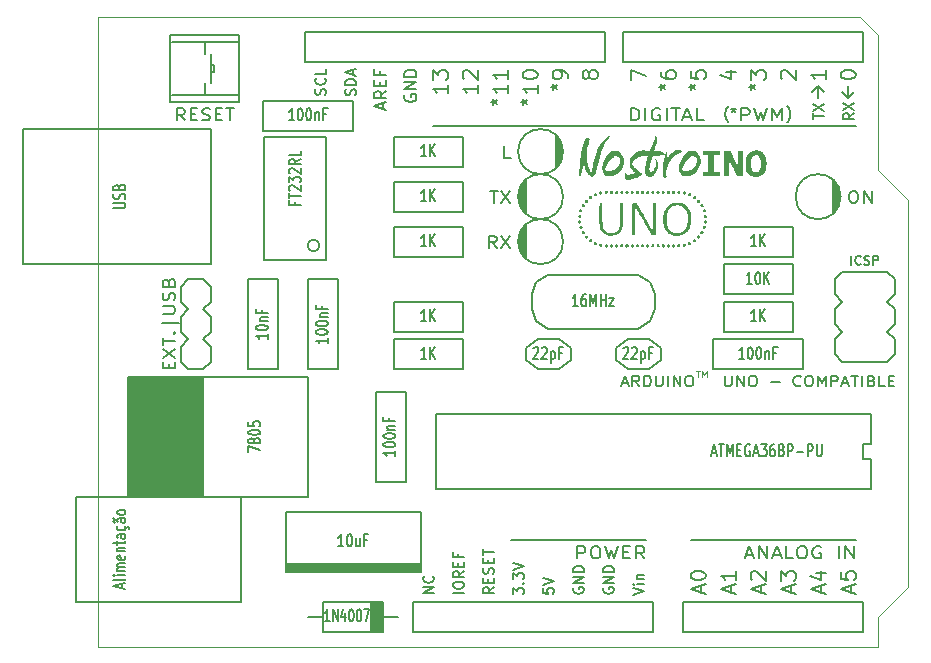
<source format=gto>
G04 (created by PCBNEW (2013-03-31 BZR 4008)-stable) date 04/02/2015 14:28:03*
%MOIN*%
G04 Gerber Fmt 3.4, Leading zero omitted, Abs format*
%FSLAX34Y34*%
G01*
G70*
G90*
G04 APERTURE LIST*
%ADD10C,0*%
%ADD11C,0.0045*%
%ADD12C,0.008*%
%ADD13C,0.006*%
%ADD14C,0.007*%
%ADD15C,0.00787402*%
%ADD16C,0.00393701*%
%ADD17C,0.00590551*%
%ADD18C,0.0001*%
G04 APERTURE END LIST*
G54D10*
G54D11*
X53922Y-45796D02*
X54057Y-45796D01*
X53989Y-46012D02*
X53989Y-45796D01*
X54136Y-46012D02*
X54136Y-45796D01*
X54214Y-45950D01*
X54293Y-45796D01*
X54293Y-46012D01*
G54D12*
X36352Y-45728D02*
X36352Y-45578D01*
X36561Y-45514D02*
X36561Y-45728D01*
X36161Y-45728D01*
X36161Y-45514D01*
X36161Y-45364D02*
X36561Y-45064D01*
X36161Y-45064D02*
X36561Y-45364D01*
X36161Y-44957D02*
X36161Y-44700D01*
X36561Y-44828D02*
X36161Y-44828D01*
X36523Y-44550D02*
X36542Y-44528D01*
X36561Y-44550D01*
X36542Y-44571D01*
X36523Y-44550D01*
X36561Y-44550D01*
X36695Y-44228D02*
X36123Y-44228D01*
X36161Y-43907D02*
X36485Y-43907D01*
X36523Y-43885D01*
X36542Y-43864D01*
X36561Y-43821D01*
X36561Y-43735D01*
X36542Y-43692D01*
X36523Y-43671D01*
X36485Y-43650D01*
X36161Y-43650D01*
X36542Y-43457D02*
X36561Y-43392D01*
X36561Y-43285D01*
X36542Y-43242D01*
X36523Y-43221D01*
X36485Y-43200D01*
X36447Y-43200D01*
X36409Y-43221D01*
X36390Y-43242D01*
X36371Y-43285D01*
X36352Y-43371D01*
X36333Y-43414D01*
X36314Y-43435D01*
X36276Y-43457D01*
X36238Y-43457D01*
X36200Y-43435D01*
X36180Y-43414D01*
X36161Y-43371D01*
X36161Y-43264D01*
X36180Y-43200D01*
X36352Y-42857D02*
X36371Y-42792D01*
X36390Y-42771D01*
X36428Y-42750D01*
X36485Y-42750D01*
X36523Y-42771D01*
X36542Y-42792D01*
X36561Y-42835D01*
X36561Y-43007D01*
X36161Y-43007D01*
X36161Y-42857D01*
X36180Y-42814D01*
X36200Y-42792D01*
X36238Y-42771D01*
X36276Y-42771D01*
X36314Y-42792D01*
X36333Y-42814D01*
X36352Y-42857D01*
X36352Y-43007D01*
X36896Y-37461D02*
X36746Y-37271D01*
X36639Y-37461D02*
X36639Y-37061D01*
X36810Y-37061D01*
X36853Y-37080D01*
X36875Y-37100D01*
X36896Y-37138D01*
X36896Y-37195D01*
X36875Y-37233D01*
X36853Y-37252D01*
X36810Y-37271D01*
X36639Y-37271D01*
X37089Y-37252D02*
X37239Y-37252D01*
X37303Y-37461D02*
X37089Y-37461D01*
X37089Y-37061D01*
X37303Y-37061D01*
X37475Y-37442D02*
X37539Y-37461D01*
X37646Y-37461D01*
X37689Y-37442D01*
X37710Y-37423D01*
X37732Y-37385D01*
X37732Y-37347D01*
X37710Y-37309D01*
X37689Y-37290D01*
X37646Y-37271D01*
X37560Y-37252D01*
X37517Y-37233D01*
X37496Y-37214D01*
X37475Y-37176D01*
X37475Y-37138D01*
X37496Y-37100D01*
X37517Y-37080D01*
X37560Y-37061D01*
X37667Y-37061D01*
X37732Y-37080D01*
X37925Y-37252D02*
X38075Y-37252D01*
X38139Y-37461D02*
X37925Y-37461D01*
X37925Y-37061D01*
X38139Y-37061D01*
X38267Y-37061D02*
X38525Y-37061D01*
X38396Y-37461D02*
X38396Y-37061D01*
X59142Y-39811D02*
X59228Y-39811D01*
X59271Y-39830D01*
X59314Y-39869D01*
X59335Y-39945D01*
X59335Y-40078D01*
X59314Y-40154D01*
X59271Y-40192D01*
X59228Y-40211D01*
X59142Y-40211D01*
X59100Y-40192D01*
X59057Y-40154D01*
X59035Y-40078D01*
X59035Y-39945D01*
X59057Y-39869D01*
X59100Y-39830D01*
X59142Y-39811D01*
X59528Y-40211D02*
X59528Y-39811D01*
X59785Y-40211D01*
X59785Y-39811D01*
X47285Y-41711D02*
X47135Y-41521D01*
X47028Y-41711D02*
X47028Y-41311D01*
X47200Y-41311D01*
X47242Y-41330D01*
X47264Y-41350D01*
X47285Y-41388D01*
X47285Y-41445D01*
X47264Y-41483D01*
X47242Y-41502D01*
X47200Y-41521D01*
X47028Y-41521D01*
X47435Y-41311D02*
X47735Y-41711D01*
X47735Y-41311D02*
X47435Y-41711D01*
X47071Y-39811D02*
X47328Y-39811D01*
X47200Y-40211D02*
X47200Y-39811D01*
X47435Y-39811D02*
X47735Y-40211D01*
X47735Y-39811D02*
X47435Y-40211D01*
X47757Y-38711D02*
X47542Y-38711D01*
X47542Y-38311D01*
G54D13*
X55000Y-37525D02*
X54983Y-37508D01*
X54950Y-37458D01*
X54933Y-37425D01*
X54916Y-37375D01*
X54900Y-37291D01*
X54900Y-37225D01*
X54916Y-37141D01*
X54933Y-37091D01*
X54950Y-37058D01*
X54983Y-37008D01*
X55000Y-36991D01*
X55183Y-37041D02*
X55183Y-37125D01*
X55100Y-37091D02*
X55183Y-37125D01*
X55266Y-37091D01*
X55133Y-37191D02*
X55183Y-37125D01*
X55233Y-37191D01*
X56966Y-37525D02*
X56983Y-37508D01*
X57016Y-37458D01*
X57033Y-37425D01*
X57050Y-37375D01*
X57066Y-37291D01*
X57066Y-37225D01*
X57050Y-37141D01*
X57033Y-37091D01*
X57016Y-37058D01*
X56983Y-37008D01*
X56966Y-36991D01*
G54D12*
X51764Y-37461D02*
X51764Y-37061D01*
X51878Y-37061D01*
X51947Y-37080D01*
X51992Y-37119D01*
X52015Y-37157D01*
X52038Y-37233D01*
X52038Y-37290D01*
X52015Y-37366D01*
X51992Y-37404D01*
X51947Y-37442D01*
X51878Y-37461D01*
X51764Y-37461D01*
X52244Y-37461D02*
X52244Y-37061D01*
X52724Y-37080D02*
X52678Y-37061D01*
X52610Y-37061D01*
X52541Y-37080D01*
X52495Y-37119D01*
X52472Y-37157D01*
X52450Y-37233D01*
X52450Y-37290D01*
X52472Y-37366D01*
X52495Y-37404D01*
X52541Y-37442D01*
X52610Y-37461D01*
X52655Y-37461D01*
X52724Y-37442D01*
X52747Y-37423D01*
X52747Y-37290D01*
X52655Y-37290D01*
X52952Y-37461D02*
X52952Y-37061D01*
X53112Y-37061D02*
X53387Y-37061D01*
X53249Y-37461D02*
X53249Y-37061D01*
X53524Y-37347D02*
X53752Y-37347D01*
X53478Y-37461D02*
X53638Y-37061D01*
X53798Y-37461D01*
X54187Y-37461D02*
X53958Y-37461D01*
X53958Y-37061D01*
X55444Y-37461D02*
X55444Y-37061D01*
X55627Y-37061D01*
X55672Y-37080D01*
X55695Y-37100D01*
X55718Y-37138D01*
X55718Y-37195D01*
X55695Y-37233D01*
X55672Y-37252D01*
X55627Y-37271D01*
X55444Y-37271D01*
X55878Y-37061D02*
X55992Y-37461D01*
X56084Y-37176D01*
X56175Y-37461D01*
X56289Y-37061D01*
X56472Y-37461D02*
X56472Y-37061D01*
X56632Y-37347D01*
X56792Y-37061D01*
X56792Y-37461D01*
G54D13*
X47111Y-36852D02*
X47207Y-36852D01*
X47169Y-36947D02*
X47207Y-36852D01*
X47169Y-36757D01*
X47283Y-36909D02*
X47207Y-36852D01*
X47283Y-36795D01*
X48111Y-36852D02*
X48207Y-36852D01*
X48169Y-36947D02*
X48207Y-36852D01*
X48169Y-36757D01*
X48283Y-36909D02*
X48207Y-36852D01*
X48283Y-36795D01*
X49111Y-36352D02*
X49207Y-36352D01*
X49169Y-36447D02*
X49207Y-36352D01*
X49169Y-36257D01*
X49283Y-36409D02*
X49207Y-36352D01*
X49283Y-36295D01*
X52711Y-36352D02*
X52807Y-36352D01*
X52769Y-36447D02*
X52807Y-36352D01*
X52769Y-36257D01*
X52883Y-36409D02*
X52807Y-36352D01*
X52883Y-36295D01*
X53711Y-36352D02*
X53807Y-36352D01*
X53769Y-36447D02*
X53807Y-36352D01*
X53769Y-36257D01*
X53883Y-36409D02*
X53807Y-36352D01*
X53883Y-36295D01*
X55711Y-36352D02*
X55807Y-36352D01*
X55769Y-36447D02*
X55807Y-36352D01*
X55769Y-36257D01*
X55883Y-36409D02*
X55807Y-36352D01*
X55883Y-36295D01*
G54D14*
X59000Y-36300D02*
X59000Y-36700D01*
X59200Y-36500D02*
X59000Y-36700D01*
X58800Y-36500D02*
X59000Y-36700D01*
X58000Y-36300D02*
X58200Y-36500D01*
X58000Y-36300D02*
X57800Y-36500D01*
X58000Y-36300D02*
X58000Y-36700D01*
X45191Y-53216D02*
X44841Y-53216D01*
X45191Y-53016D01*
X44841Y-53016D01*
X45158Y-52650D02*
X45175Y-52666D01*
X45191Y-52716D01*
X45191Y-52750D01*
X45175Y-52800D01*
X45141Y-52833D01*
X45108Y-52850D01*
X45041Y-52866D01*
X44991Y-52866D01*
X44925Y-52850D01*
X44891Y-52833D01*
X44858Y-52800D01*
X44841Y-52750D01*
X44841Y-52716D01*
X44858Y-52666D01*
X44875Y-52650D01*
G54D12*
X49968Y-52061D02*
X49968Y-51661D01*
X50151Y-51661D01*
X50197Y-51680D01*
X50220Y-51700D01*
X50242Y-51738D01*
X50242Y-51795D01*
X50220Y-51833D01*
X50197Y-51852D01*
X50151Y-51871D01*
X49968Y-51871D01*
X50540Y-51661D02*
X50631Y-51661D01*
X50677Y-51680D01*
X50722Y-51719D01*
X50745Y-51795D01*
X50745Y-51928D01*
X50722Y-52004D01*
X50677Y-52042D01*
X50631Y-52061D01*
X50540Y-52061D01*
X50494Y-52042D01*
X50448Y-52004D01*
X50425Y-51928D01*
X50425Y-51795D01*
X50448Y-51719D01*
X50494Y-51680D01*
X50540Y-51661D01*
X50905Y-51661D02*
X51020Y-52061D01*
X51111Y-51776D01*
X51202Y-52061D01*
X51317Y-51661D01*
X51500Y-51852D02*
X51660Y-51852D01*
X51728Y-52061D02*
X51500Y-52061D01*
X51500Y-51661D01*
X51728Y-51661D01*
X52208Y-52061D02*
X52048Y-51871D01*
X51934Y-52061D02*
X51934Y-51661D01*
X52117Y-51661D01*
X52162Y-51680D01*
X52185Y-51700D01*
X52208Y-51738D01*
X52208Y-51795D01*
X52185Y-51833D01*
X52162Y-51852D01*
X52117Y-51871D01*
X51934Y-51871D01*
X55597Y-51947D02*
X55825Y-51947D01*
X55551Y-52061D02*
X55711Y-51661D01*
X55871Y-52061D01*
X56031Y-52061D02*
X56031Y-51661D01*
X56305Y-52061D01*
X56305Y-51661D01*
X56511Y-51947D02*
X56740Y-51947D01*
X56465Y-52061D02*
X56625Y-51661D01*
X56785Y-52061D01*
X57174Y-52061D02*
X56945Y-52061D01*
X56945Y-51661D01*
X57425Y-51661D02*
X57517Y-51661D01*
X57562Y-51680D01*
X57608Y-51719D01*
X57631Y-51795D01*
X57631Y-51928D01*
X57608Y-52004D01*
X57562Y-52042D01*
X57517Y-52061D01*
X57425Y-52061D01*
X57380Y-52042D01*
X57334Y-52004D01*
X57311Y-51928D01*
X57311Y-51795D01*
X57334Y-51719D01*
X57380Y-51680D01*
X57425Y-51661D01*
X58088Y-51680D02*
X58042Y-51661D01*
X57974Y-51661D01*
X57905Y-51680D01*
X57860Y-51719D01*
X57837Y-51757D01*
X57814Y-51833D01*
X57814Y-51890D01*
X57837Y-51966D01*
X57860Y-52004D01*
X57905Y-52042D01*
X57974Y-52061D01*
X58020Y-52061D01*
X58088Y-52042D01*
X58111Y-52023D01*
X58111Y-51890D01*
X58020Y-51890D01*
X58682Y-52061D02*
X58682Y-51661D01*
X58911Y-52061D02*
X58911Y-51661D01*
X59185Y-52061D01*
X59185Y-51661D01*
G54D14*
X46191Y-53216D02*
X45841Y-53216D01*
X45841Y-52983D02*
X45841Y-52916D01*
X45858Y-52883D01*
X45891Y-52850D01*
X45958Y-52833D01*
X46075Y-52833D01*
X46141Y-52850D01*
X46175Y-52883D01*
X46191Y-52916D01*
X46191Y-52983D01*
X46175Y-53016D01*
X46141Y-53050D01*
X46075Y-53066D01*
X45958Y-53066D01*
X45891Y-53050D01*
X45858Y-53016D01*
X45841Y-52983D01*
X46191Y-52483D02*
X46025Y-52600D01*
X46191Y-52683D02*
X45841Y-52683D01*
X45841Y-52550D01*
X45858Y-52516D01*
X45875Y-52500D01*
X45908Y-52483D01*
X45958Y-52483D01*
X45991Y-52500D01*
X46008Y-52516D01*
X46025Y-52550D01*
X46025Y-52683D01*
X46008Y-52333D02*
X46008Y-52216D01*
X46191Y-52166D02*
X46191Y-52333D01*
X45841Y-52333D01*
X45841Y-52166D01*
X46008Y-51900D02*
X46008Y-52016D01*
X46191Y-52016D02*
X45841Y-52016D01*
X45841Y-51850D01*
X47191Y-53016D02*
X47025Y-53133D01*
X47191Y-53216D02*
X46841Y-53216D01*
X46841Y-53083D01*
X46858Y-53050D01*
X46875Y-53033D01*
X46908Y-53016D01*
X46958Y-53016D01*
X46991Y-53033D01*
X47008Y-53050D01*
X47025Y-53083D01*
X47025Y-53216D01*
X47008Y-52866D02*
X47008Y-52750D01*
X47191Y-52700D02*
X47191Y-52866D01*
X46841Y-52866D01*
X46841Y-52700D01*
X47175Y-52566D02*
X47191Y-52516D01*
X47191Y-52433D01*
X47175Y-52400D01*
X47158Y-52383D01*
X47125Y-52366D01*
X47091Y-52366D01*
X47058Y-52383D01*
X47041Y-52400D01*
X47025Y-52433D01*
X47008Y-52500D01*
X46991Y-52533D01*
X46975Y-52550D01*
X46941Y-52566D01*
X46908Y-52566D01*
X46875Y-52550D01*
X46858Y-52533D01*
X46841Y-52500D01*
X46841Y-52416D01*
X46858Y-52366D01*
X47008Y-52216D02*
X47008Y-52100D01*
X47191Y-52050D02*
X47191Y-52216D01*
X46841Y-52216D01*
X46841Y-52050D01*
X46841Y-51950D02*
X46841Y-51750D01*
X47191Y-51850D02*
X46841Y-51850D01*
X47841Y-53250D02*
X47841Y-53033D01*
X47975Y-53150D01*
X47975Y-53100D01*
X47991Y-53066D01*
X48008Y-53050D01*
X48041Y-53033D01*
X48125Y-53033D01*
X48158Y-53050D01*
X48175Y-53066D01*
X48191Y-53100D01*
X48191Y-53200D01*
X48175Y-53233D01*
X48158Y-53250D01*
X48158Y-52883D02*
X48175Y-52866D01*
X48191Y-52883D01*
X48175Y-52900D01*
X48158Y-52883D01*
X48191Y-52883D01*
X47841Y-52750D02*
X47841Y-52533D01*
X47975Y-52650D01*
X47975Y-52600D01*
X47991Y-52566D01*
X48008Y-52550D01*
X48041Y-52533D01*
X48125Y-52533D01*
X48158Y-52550D01*
X48175Y-52566D01*
X48191Y-52600D01*
X48191Y-52700D01*
X48175Y-52733D01*
X48158Y-52750D01*
X47841Y-52433D02*
X48191Y-52316D01*
X47841Y-52200D01*
X48841Y-53050D02*
X48841Y-53216D01*
X49008Y-53233D01*
X48991Y-53216D01*
X48975Y-53183D01*
X48975Y-53100D01*
X48991Y-53066D01*
X49008Y-53050D01*
X49041Y-53033D01*
X49125Y-53033D01*
X49158Y-53050D01*
X49175Y-53066D01*
X49191Y-53100D01*
X49191Y-53183D01*
X49175Y-53216D01*
X49158Y-53233D01*
X48841Y-52933D02*
X49191Y-52816D01*
X48841Y-52700D01*
X49858Y-53033D02*
X49841Y-53066D01*
X49841Y-53116D01*
X49858Y-53166D01*
X49891Y-53200D01*
X49925Y-53216D01*
X49991Y-53233D01*
X50041Y-53233D01*
X50108Y-53216D01*
X50141Y-53200D01*
X50175Y-53166D01*
X50191Y-53116D01*
X50191Y-53083D01*
X50175Y-53033D01*
X50158Y-53016D01*
X50041Y-53016D01*
X50041Y-53083D01*
X50191Y-52866D02*
X49841Y-52866D01*
X50191Y-52666D01*
X49841Y-52666D01*
X50191Y-52500D02*
X49841Y-52500D01*
X49841Y-52416D01*
X49858Y-52366D01*
X49891Y-52333D01*
X49925Y-52316D01*
X49991Y-52300D01*
X50041Y-52300D01*
X50108Y-52316D01*
X50141Y-52333D01*
X50175Y-52366D01*
X50191Y-52416D01*
X50191Y-52500D01*
X50858Y-53033D02*
X50841Y-53066D01*
X50841Y-53116D01*
X50858Y-53166D01*
X50891Y-53200D01*
X50925Y-53216D01*
X50991Y-53233D01*
X51041Y-53233D01*
X51108Y-53216D01*
X51141Y-53200D01*
X51175Y-53166D01*
X51191Y-53116D01*
X51191Y-53083D01*
X51175Y-53033D01*
X51158Y-53016D01*
X51041Y-53016D01*
X51041Y-53083D01*
X51191Y-52866D02*
X50841Y-52866D01*
X51191Y-52666D01*
X50841Y-52666D01*
X51191Y-52500D02*
X50841Y-52500D01*
X50841Y-52416D01*
X50858Y-52366D01*
X50891Y-52333D01*
X50925Y-52316D01*
X50991Y-52300D01*
X51041Y-52300D01*
X51108Y-52316D01*
X51141Y-52333D01*
X51175Y-52366D01*
X51191Y-52416D01*
X51191Y-52500D01*
X51841Y-53266D02*
X52191Y-53150D01*
X51841Y-53033D01*
X52191Y-52916D02*
X51958Y-52916D01*
X51841Y-52916D02*
X51858Y-52933D01*
X51875Y-52916D01*
X51858Y-52900D01*
X51841Y-52916D01*
X51875Y-52916D01*
X51958Y-52750D02*
X52191Y-52750D01*
X51991Y-52750D02*
X51975Y-52733D01*
X51958Y-52700D01*
X51958Y-52650D01*
X51975Y-52616D01*
X52008Y-52600D01*
X52191Y-52600D01*
G54D12*
X54109Y-53204D02*
X54109Y-52966D01*
X54252Y-53252D02*
X53752Y-53085D01*
X54252Y-52919D01*
X53752Y-52657D02*
X53752Y-52609D01*
X53776Y-52561D01*
X53800Y-52538D01*
X53847Y-52514D01*
X53942Y-52490D01*
X54061Y-52490D01*
X54157Y-52514D01*
X54204Y-52538D01*
X54228Y-52561D01*
X54252Y-52609D01*
X54252Y-52657D01*
X54228Y-52704D01*
X54204Y-52728D01*
X54157Y-52752D01*
X54061Y-52776D01*
X53942Y-52776D01*
X53847Y-52752D01*
X53800Y-52728D01*
X53776Y-52704D01*
X53752Y-52657D01*
X55109Y-53204D02*
X55109Y-52966D01*
X55252Y-53252D02*
X54752Y-53085D01*
X55252Y-52919D01*
X55252Y-52490D02*
X55252Y-52776D01*
X55252Y-52633D02*
X54752Y-52633D01*
X54823Y-52680D01*
X54871Y-52728D01*
X54895Y-52776D01*
X56109Y-53204D02*
X56109Y-52966D01*
X56252Y-53252D02*
X55752Y-53085D01*
X56252Y-52919D01*
X55800Y-52776D02*
X55776Y-52752D01*
X55752Y-52704D01*
X55752Y-52585D01*
X55776Y-52538D01*
X55800Y-52514D01*
X55847Y-52490D01*
X55895Y-52490D01*
X55966Y-52514D01*
X56252Y-52800D01*
X56252Y-52490D01*
X57109Y-53204D02*
X57109Y-52966D01*
X57252Y-53252D02*
X56752Y-53085D01*
X57252Y-52919D01*
X56752Y-52800D02*
X56752Y-52490D01*
X56942Y-52657D01*
X56942Y-52585D01*
X56966Y-52538D01*
X56990Y-52514D01*
X57038Y-52490D01*
X57157Y-52490D01*
X57204Y-52514D01*
X57228Y-52538D01*
X57252Y-52585D01*
X57252Y-52728D01*
X57228Y-52776D01*
X57204Y-52800D01*
X58109Y-53204D02*
X58109Y-52966D01*
X58252Y-53252D02*
X57752Y-53085D01*
X58252Y-52919D01*
X57919Y-52538D02*
X58252Y-52538D01*
X57728Y-52657D02*
X58085Y-52776D01*
X58085Y-52466D01*
X59109Y-53204D02*
X59109Y-52966D01*
X59252Y-53252D02*
X58752Y-53085D01*
X59252Y-52919D01*
X58752Y-52514D02*
X58752Y-52752D01*
X58990Y-52776D01*
X58966Y-52752D01*
X58942Y-52704D01*
X58942Y-52585D01*
X58966Y-52538D01*
X58990Y-52514D01*
X59038Y-52490D01*
X59157Y-52490D01*
X59204Y-52514D01*
X59228Y-52538D01*
X59252Y-52585D01*
X59252Y-52704D01*
X59228Y-52752D01*
X59204Y-52776D01*
G54D14*
X51459Y-46216D02*
X51645Y-46216D01*
X51422Y-46316D02*
X51552Y-45966D01*
X51682Y-46316D01*
X52035Y-46316D02*
X51905Y-46150D01*
X51812Y-46316D02*
X51812Y-45966D01*
X51960Y-45966D01*
X51997Y-45983D01*
X52016Y-46000D01*
X52035Y-46033D01*
X52035Y-46083D01*
X52016Y-46116D01*
X51997Y-46133D01*
X51960Y-46150D01*
X51812Y-46150D01*
X52202Y-46316D02*
X52202Y-45966D01*
X52295Y-45966D01*
X52350Y-45983D01*
X52387Y-46016D01*
X52406Y-46050D01*
X52425Y-46116D01*
X52425Y-46166D01*
X52406Y-46233D01*
X52387Y-46266D01*
X52350Y-46300D01*
X52295Y-46316D01*
X52202Y-46316D01*
X52592Y-45966D02*
X52592Y-46250D01*
X52610Y-46283D01*
X52629Y-46300D01*
X52666Y-46316D01*
X52740Y-46316D01*
X52777Y-46300D01*
X52796Y-46283D01*
X52815Y-46250D01*
X52815Y-45966D01*
X53000Y-46316D02*
X53000Y-45966D01*
X53186Y-46316D02*
X53186Y-45966D01*
X53409Y-46316D01*
X53409Y-45966D01*
X53669Y-45966D02*
X53743Y-45966D01*
X53780Y-45983D01*
X53817Y-46016D01*
X53836Y-46083D01*
X53836Y-46200D01*
X53817Y-46266D01*
X53780Y-46300D01*
X53743Y-46316D01*
X53669Y-46316D01*
X53632Y-46300D01*
X53595Y-46266D01*
X53576Y-46200D01*
X53576Y-46083D01*
X53595Y-46016D01*
X53632Y-45983D01*
X53669Y-45966D01*
X54895Y-45966D02*
X54895Y-46250D01*
X54913Y-46283D01*
X54932Y-46300D01*
X54969Y-46316D01*
X55043Y-46316D01*
X55080Y-46300D01*
X55099Y-46283D01*
X55117Y-46250D01*
X55117Y-45966D01*
X55303Y-46316D02*
X55303Y-45966D01*
X55526Y-46316D01*
X55526Y-45966D01*
X55786Y-45966D02*
X55860Y-45966D01*
X55897Y-45983D01*
X55935Y-46016D01*
X55953Y-46083D01*
X55953Y-46200D01*
X55935Y-46266D01*
X55897Y-46300D01*
X55860Y-46316D01*
X55786Y-46316D01*
X55749Y-46300D01*
X55712Y-46266D01*
X55693Y-46200D01*
X55693Y-46083D01*
X55712Y-46016D01*
X55749Y-45983D01*
X55786Y-45966D01*
X56417Y-46183D02*
X56715Y-46183D01*
X57420Y-46283D02*
X57402Y-46300D01*
X57346Y-46316D01*
X57309Y-46316D01*
X57253Y-46300D01*
X57216Y-46266D01*
X57197Y-46233D01*
X57179Y-46166D01*
X57179Y-46116D01*
X57197Y-46050D01*
X57216Y-46016D01*
X57253Y-45983D01*
X57309Y-45966D01*
X57346Y-45966D01*
X57402Y-45983D01*
X57420Y-46000D01*
X57662Y-45966D02*
X57736Y-45966D01*
X57773Y-45983D01*
X57810Y-46016D01*
X57829Y-46083D01*
X57829Y-46200D01*
X57810Y-46266D01*
X57773Y-46300D01*
X57736Y-46316D01*
X57662Y-46316D01*
X57625Y-46300D01*
X57587Y-46266D01*
X57569Y-46200D01*
X57569Y-46083D01*
X57587Y-46016D01*
X57625Y-45983D01*
X57662Y-45966D01*
X57996Y-46316D02*
X57996Y-45966D01*
X58126Y-46216D01*
X58256Y-45966D01*
X58256Y-46316D01*
X58442Y-46316D02*
X58442Y-45966D01*
X58590Y-45966D01*
X58627Y-45983D01*
X58646Y-46000D01*
X58664Y-46033D01*
X58664Y-46083D01*
X58646Y-46116D01*
X58627Y-46133D01*
X58590Y-46150D01*
X58442Y-46150D01*
X58813Y-46216D02*
X58999Y-46216D01*
X58776Y-46316D02*
X58906Y-45966D01*
X59036Y-46316D01*
X59110Y-45966D02*
X59333Y-45966D01*
X59222Y-46316D02*
X59222Y-45966D01*
X59463Y-46316D02*
X59463Y-45966D01*
X59779Y-46133D02*
X59834Y-46150D01*
X59853Y-46166D01*
X59872Y-46200D01*
X59872Y-46250D01*
X59853Y-46283D01*
X59834Y-46300D01*
X59797Y-46316D01*
X59649Y-46316D01*
X59649Y-45966D01*
X59779Y-45966D01*
X59816Y-45983D01*
X59834Y-46000D01*
X59853Y-46033D01*
X59853Y-46066D01*
X59834Y-46100D01*
X59816Y-46116D01*
X59779Y-46133D01*
X59649Y-46133D01*
X60224Y-46316D02*
X60039Y-46316D01*
X60039Y-45966D01*
X60354Y-46133D02*
X60484Y-46133D01*
X60540Y-46316D02*
X60354Y-46316D01*
X60354Y-45966D01*
X60540Y-45966D01*
X41575Y-36600D02*
X41591Y-36550D01*
X41591Y-36466D01*
X41575Y-36433D01*
X41558Y-36416D01*
X41525Y-36400D01*
X41491Y-36400D01*
X41458Y-36416D01*
X41441Y-36433D01*
X41425Y-36466D01*
X41408Y-36533D01*
X41391Y-36566D01*
X41375Y-36583D01*
X41341Y-36600D01*
X41308Y-36600D01*
X41275Y-36583D01*
X41258Y-36566D01*
X41241Y-36533D01*
X41241Y-36450D01*
X41258Y-36400D01*
X41558Y-36050D02*
X41575Y-36066D01*
X41591Y-36116D01*
X41591Y-36150D01*
X41575Y-36200D01*
X41541Y-36233D01*
X41508Y-36250D01*
X41441Y-36266D01*
X41391Y-36266D01*
X41325Y-36250D01*
X41291Y-36233D01*
X41258Y-36200D01*
X41241Y-36150D01*
X41241Y-36116D01*
X41258Y-36066D01*
X41275Y-36050D01*
X41591Y-35733D02*
X41591Y-35900D01*
X41241Y-35900D01*
X42575Y-36616D02*
X42591Y-36566D01*
X42591Y-36483D01*
X42575Y-36450D01*
X42558Y-36433D01*
X42525Y-36416D01*
X42491Y-36416D01*
X42458Y-36433D01*
X42441Y-36450D01*
X42425Y-36483D01*
X42408Y-36550D01*
X42391Y-36583D01*
X42375Y-36600D01*
X42341Y-36616D01*
X42308Y-36616D01*
X42275Y-36600D01*
X42258Y-36583D01*
X42241Y-36550D01*
X42241Y-36466D01*
X42258Y-36416D01*
X42591Y-36266D02*
X42241Y-36266D01*
X42241Y-36183D01*
X42258Y-36133D01*
X42291Y-36100D01*
X42325Y-36083D01*
X42391Y-36066D01*
X42441Y-36066D01*
X42508Y-36083D01*
X42541Y-36100D01*
X42575Y-36133D01*
X42591Y-36183D01*
X42591Y-36266D01*
X42491Y-35933D02*
X42491Y-35766D01*
X42591Y-35966D02*
X42241Y-35850D01*
X42591Y-35733D01*
X59191Y-37216D02*
X59025Y-37333D01*
X59191Y-37416D02*
X58841Y-37416D01*
X58841Y-37283D01*
X58858Y-37250D01*
X58875Y-37233D01*
X58908Y-37216D01*
X58958Y-37216D01*
X58991Y-37233D01*
X59008Y-37250D01*
X59025Y-37283D01*
X59025Y-37416D01*
X58841Y-37100D02*
X59191Y-36866D01*
X58841Y-36866D02*
X59191Y-37100D01*
X57841Y-37416D02*
X57841Y-37216D01*
X58191Y-37316D02*
X57841Y-37316D01*
X57841Y-37133D02*
X58191Y-36900D01*
X57841Y-36900D02*
X58191Y-37133D01*
G54D12*
X58752Y-35961D02*
X58752Y-35914D01*
X58776Y-35866D01*
X58800Y-35842D01*
X58847Y-35819D01*
X58942Y-35795D01*
X59061Y-35795D01*
X59157Y-35819D01*
X59204Y-35842D01*
X59228Y-35866D01*
X59252Y-35914D01*
X59252Y-35961D01*
X59228Y-36009D01*
X59204Y-36033D01*
X59157Y-36057D01*
X59061Y-36080D01*
X58942Y-36080D01*
X58847Y-36057D01*
X58800Y-36033D01*
X58776Y-36009D01*
X58752Y-35961D01*
X58252Y-35795D02*
X58252Y-36080D01*
X58252Y-35938D02*
X57752Y-35938D01*
X57823Y-35985D01*
X57871Y-36033D01*
X57895Y-36080D01*
X56800Y-36080D02*
X56776Y-36057D01*
X56752Y-36009D01*
X56752Y-35890D01*
X56776Y-35842D01*
X56800Y-35819D01*
X56847Y-35795D01*
X56895Y-35795D01*
X56966Y-35819D01*
X57252Y-36104D01*
X57252Y-35795D01*
X55752Y-36104D02*
X55752Y-35795D01*
X55942Y-35961D01*
X55942Y-35890D01*
X55966Y-35842D01*
X55990Y-35819D01*
X56038Y-35795D01*
X56157Y-35795D01*
X56204Y-35819D01*
X56228Y-35842D01*
X56252Y-35890D01*
X56252Y-36033D01*
X56228Y-36080D01*
X56204Y-36104D01*
X54919Y-35842D02*
X55252Y-35842D01*
X54728Y-35961D02*
X55085Y-36080D01*
X55085Y-35771D01*
X53752Y-35819D02*
X53752Y-36057D01*
X53990Y-36080D01*
X53966Y-36057D01*
X53942Y-36009D01*
X53942Y-35890D01*
X53966Y-35842D01*
X53990Y-35819D01*
X54038Y-35795D01*
X54157Y-35795D01*
X54204Y-35819D01*
X54228Y-35842D01*
X54252Y-35890D01*
X54252Y-36009D01*
X54228Y-36057D01*
X54204Y-36080D01*
X52752Y-35842D02*
X52752Y-35938D01*
X52776Y-35985D01*
X52800Y-36009D01*
X52871Y-36057D01*
X52966Y-36080D01*
X53157Y-36080D01*
X53204Y-36057D01*
X53228Y-36033D01*
X53252Y-35985D01*
X53252Y-35890D01*
X53228Y-35842D01*
X53204Y-35819D01*
X53157Y-35795D01*
X53038Y-35795D01*
X52990Y-35819D01*
X52966Y-35842D01*
X52942Y-35890D01*
X52942Y-35985D01*
X52966Y-36033D01*
X52990Y-36057D01*
X53038Y-36080D01*
X51752Y-36104D02*
X51752Y-35771D01*
X52252Y-35985D01*
X50366Y-35985D02*
X50342Y-36033D01*
X50319Y-36057D01*
X50271Y-36080D01*
X50247Y-36080D01*
X50200Y-36057D01*
X50176Y-36033D01*
X50152Y-35985D01*
X50152Y-35890D01*
X50176Y-35842D01*
X50200Y-35819D01*
X50247Y-35795D01*
X50271Y-35795D01*
X50319Y-35819D01*
X50342Y-35842D01*
X50366Y-35890D01*
X50366Y-35985D01*
X50390Y-36033D01*
X50414Y-36057D01*
X50461Y-36080D01*
X50557Y-36080D01*
X50604Y-36057D01*
X50628Y-36033D01*
X50652Y-35985D01*
X50652Y-35890D01*
X50628Y-35842D01*
X50604Y-35819D01*
X50557Y-35795D01*
X50461Y-35795D01*
X50414Y-35819D01*
X50390Y-35842D01*
X50366Y-35890D01*
X49652Y-36033D02*
X49652Y-35938D01*
X49628Y-35890D01*
X49604Y-35866D01*
X49533Y-35819D01*
X49438Y-35795D01*
X49247Y-35795D01*
X49200Y-35819D01*
X49176Y-35842D01*
X49152Y-35890D01*
X49152Y-35985D01*
X49176Y-36033D01*
X49200Y-36057D01*
X49247Y-36080D01*
X49366Y-36080D01*
X49414Y-36057D01*
X49438Y-36033D01*
X49461Y-35985D01*
X49461Y-35890D01*
X49438Y-35842D01*
X49414Y-35819D01*
X49366Y-35795D01*
X48652Y-36271D02*
X48652Y-36557D01*
X48652Y-36414D02*
X48152Y-36414D01*
X48223Y-36461D01*
X48271Y-36509D01*
X48295Y-36557D01*
X48152Y-35961D02*
X48152Y-35914D01*
X48176Y-35866D01*
X48200Y-35842D01*
X48247Y-35819D01*
X48342Y-35795D01*
X48461Y-35795D01*
X48557Y-35819D01*
X48604Y-35842D01*
X48628Y-35866D01*
X48652Y-35914D01*
X48652Y-35961D01*
X48628Y-36009D01*
X48604Y-36033D01*
X48557Y-36057D01*
X48461Y-36080D01*
X48342Y-36080D01*
X48247Y-36057D01*
X48200Y-36033D01*
X48176Y-36009D01*
X48152Y-35961D01*
X47652Y-36271D02*
X47652Y-36557D01*
X47652Y-36414D02*
X47152Y-36414D01*
X47223Y-36461D01*
X47271Y-36509D01*
X47295Y-36557D01*
X47652Y-35795D02*
X47652Y-36080D01*
X47652Y-35938D02*
X47152Y-35938D01*
X47223Y-35985D01*
X47271Y-36033D01*
X47295Y-36080D01*
X46652Y-36271D02*
X46652Y-36557D01*
X46652Y-36414D02*
X46152Y-36414D01*
X46223Y-36461D01*
X46271Y-36509D01*
X46295Y-36557D01*
X46200Y-36080D02*
X46176Y-36057D01*
X46152Y-36009D01*
X46152Y-35890D01*
X46176Y-35842D01*
X46200Y-35819D01*
X46247Y-35795D01*
X46295Y-35795D01*
X46366Y-35819D01*
X46652Y-36104D01*
X46652Y-35795D01*
X45652Y-36271D02*
X45652Y-36557D01*
X45652Y-36414D02*
X45152Y-36414D01*
X45223Y-36461D01*
X45271Y-36509D01*
X45295Y-36557D01*
X45152Y-36104D02*
X45152Y-35795D01*
X45342Y-35961D01*
X45342Y-35890D01*
X45366Y-35842D01*
X45390Y-35819D01*
X45438Y-35795D01*
X45557Y-35795D01*
X45604Y-35819D01*
X45628Y-35842D01*
X45652Y-35890D01*
X45652Y-36033D01*
X45628Y-36080D01*
X45604Y-36104D01*
X44230Y-36614D02*
X44211Y-36652D01*
X44211Y-36709D01*
X44230Y-36766D01*
X44269Y-36804D01*
X44307Y-36823D01*
X44383Y-36842D01*
X44440Y-36842D01*
X44516Y-36823D01*
X44554Y-36804D01*
X44592Y-36766D01*
X44611Y-36709D01*
X44611Y-36671D01*
X44592Y-36614D01*
X44573Y-36595D01*
X44440Y-36595D01*
X44440Y-36671D01*
X44611Y-36423D02*
X44211Y-36423D01*
X44611Y-36195D01*
X44211Y-36195D01*
X44611Y-36004D02*
X44211Y-36004D01*
X44211Y-35909D01*
X44230Y-35852D01*
X44269Y-35814D01*
X44307Y-35795D01*
X44383Y-35776D01*
X44440Y-35776D01*
X44516Y-35795D01*
X44554Y-35814D01*
X44592Y-35852D01*
X44611Y-35909D01*
X44611Y-36004D01*
X43497Y-37071D02*
X43497Y-36880D01*
X43611Y-37109D02*
X43211Y-36976D01*
X43611Y-36842D01*
X43611Y-36480D02*
X43421Y-36614D01*
X43611Y-36709D02*
X43211Y-36709D01*
X43211Y-36557D01*
X43230Y-36519D01*
X43250Y-36500D01*
X43288Y-36480D01*
X43345Y-36480D01*
X43383Y-36500D01*
X43402Y-36519D01*
X43421Y-36557D01*
X43421Y-36709D01*
X43402Y-36309D02*
X43402Y-36176D01*
X43611Y-36119D02*
X43611Y-36309D01*
X43211Y-36309D01*
X43211Y-36119D01*
X43402Y-35814D02*
X43402Y-35947D01*
X43611Y-35947D02*
X43211Y-35947D01*
X43211Y-35757D01*
G54D15*
X59250Y-37650D02*
X45150Y-37650D01*
X52250Y-51450D02*
X47750Y-51450D01*
X59250Y-51450D02*
X53750Y-51450D01*
G54D16*
X34000Y-34000D02*
X34000Y-55000D01*
X59400Y-34000D02*
X34000Y-34000D01*
X60000Y-34600D02*
X59400Y-34000D01*
X60000Y-39100D02*
X60000Y-34600D01*
X61000Y-40100D02*
X60000Y-39100D01*
X61000Y-53000D02*
X61000Y-40100D01*
X60000Y-54000D02*
X61000Y-53000D01*
X60000Y-55000D02*
X60000Y-54000D01*
X34000Y-55000D02*
X60000Y-55000D01*
G54D13*
X41584Y-42096D02*
X41584Y-38001D01*
X39537Y-38001D02*
X39537Y-42096D01*
X39537Y-38001D02*
X41584Y-38001D01*
X41584Y-42096D02*
X39537Y-42096D01*
X41377Y-41631D02*
G75*
G03X41377Y-41631I-196J0D01*
G74*
G01*
X57150Y-42250D02*
X54850Y-42250D01*
X57150Y-43250D02*
X54850Y-43250D01*
X54850Y-43250D02*
X54850Y-42250D01*
X57150Y-43250D02*
X57150Y-42250D01*
X43850Y-42000D02*
X46150Y-42000D01*
X43850Y-41000D02*
X46150Y-41000D01*
X46150Y-41000D02*
X46150Y-42000D01*
X43850Y-41000D02*
X43850Y-42000D01*
X43850Y-40500D02*
X46150Y-40500D01*
X43850Y-39500D02*
X46150Y-39500D01*
X46150Y-39500D02*
X46150Y-40500D01*
X43850Y-39500D02*
X43850Y-40500D01*
X57150Y-41000D02*
X54850Y-41000D01*
X57150Y-42000D02*
X54850Y-42000D01*
X54850Y-42000D02*
X54850Y-41000D01*
X57150Y-42000D02*
X57150Y-41000D01*
X43850Y-45750D02*
X46150Y-45750D01*
X43850Y-44750D02*
X46150Y-44750D01*
X46150Y-44750D02*
X46150Y-45750D01*
X43850Y-44750D02*
X43850Y-45750D01*
X43850Y-44500D02*
X46150Y-44500D01*
X43850Y-43500D02*
X46150Y-43500D01*
X46150Y-43500D02*
X46150Y-44500D01*
X43850Y-43500D02*
X43850Y-44500D01*
X54850Y-44500D02*
X57150Y-44500D01*
X54850Y-43500D02*
X57150Y-43500D01*
X57150Y-43500D02*
X57150Y-44500D01*
X54850Y-43500D02*
X54850Y-44500D01*
X41000Y-54000D02*
X41500Y-54000D01*
X44000Y-54000D02*
X43500Y-54000D01*
X43450Y-53500D02*
X43450Y-54500D01*
X43400Y-53500D02*
X43400Y-54500D01*
X43350Y-53500D02*
X43350Y-54500D01*
X43300Y-53500D02*
X43300Y-54500D01*
X43250Y-53500D02*
X43250Y-54500D01*
X43200Y-53500D02*
X43200Y-54500D01*
X43150Y-53500D02*
X43150Y-54500D01*
X43100Y-53500D02*
X43100Y-54500D01*
X43500Y-53500D02*
X43500Y-54500D01*
X41500Y-54500D02*
X43500Y-54500D01*
X41500Y-53500D02*
X43500Y-53500D01*
X41500Y-53500D02*
X41500Y-54500D01*
X48450Y-43750D02*
X48450Y-43250D01*
X48600Y-42850D02*
X48450Y-43250D01*
X49000Y-42600D02*
X48600Y-42850D01*
X48600Y-44150D02*
X48450Y-43750D01*
X49000Y-44400D02*
X48600Y-44150D01*
X52000Y-44400D02*
X52400Y-44150D01*
X52400Y-44150D02*
X52550Y-43750D01*
X52000Y-42600D02*
X52400Y-42850D01*
X52400Y-42850D02*
X52550Y-43250D01*
X49000Y-42600D02*
X52000Y-42600D01*
X52000Y-44400D02*
X49000Y-44400D01*
X52550Y-43750D02*
X52550Y-43250D01*
X51650Y-45750D02*
X52350Y-45750D01*
X51650Y-44750D02*
X52350Y-44750D01*
X52750Y-45450D02*
X52350Y-45750D01*
X51250Y-45450D02*
X51650Y-45750D01*
X52750Y-45050D02*
X52350Y-44750D01*
X51250Y-45050D02*
X51650Y-44750D01*
X51250Y-45050D02*
X51250Y-45425D01*
X51250Y-45075D02*
X51250Y-45425D01*
X52750Y-45075D02*
X52750Y-45425D01*
X49350Y-44750D02*
X48650Y-44750D01*
X49350Y-45750D02*
X48650Y-45750D01*
X48250Y-45050D02*
X48650Y-44750D01*
X49750Y-45050D02*
X49350Y-44750D01*
X48250Y-45450D02*
X48650Y-45750D01*
X49750Y-45450D02*
X49350Y-45750D01*
X49750Y-45450D02*
X49750Y-45075D01*
X49750Y-45425D02*
X49750Y-45075D01*
X48250Y-45425D02*
X48250Y-45075D01*
G54D17*
X39000Y-42750D02*
X40000Y-42750D01*
X40000Y-42750D02*
X40000Y-45750D01*
X40000Y-45750D02*
X39000Y-45750D01*
X39000Y-45750D02*
X39000Y-42750D01*
X54500Y-45750D02*
X54500Y-44750D01*
X54500Y-44750D02*
X57500Y-44750D01*
X57500Y-44750D02*
X57500Y-45750D01*
X57500Y-45750D02*
X54500Y-45750D01*
X39500Y-37800D02*
X39500Y-36800D01*
X39500Y-36800D02*
X42500Y-36800D01*
X42500Y-36800D02*
X42500Y-37800D01*
X42500Y-37800D02*
X39500Y-37800D01*
X44250Y-49500D02*
X43250Y-49500D01*
X43250Y-49500D02*
X43250Y-46500D01*
X43250Y-46500D02*
X44250Y-46500D01*
X44250Y-46500D02*
X44250Y-49500D01*
G54D13*
X37750Y-37750D02*
X37750Y-42250D01*
X31500Y-37750D02*
X31500Y-42250D01*
X37750Y-42250D02*
X31500Y-42250D01*
X37750Y-37750D02*
X31500Y-37750D01*
X33250Y-50000D02*
X38750Y-50000D01*
X38750Y-50000D02*
X38750Y-53500D01*
X38750Y-53500D02*
X33250Y-53500D01*
X33250Y-53500D02*
X33250Y-50000D01*
X60300Y-42500D02*
X60550Y-42750D01*
X60550Y-42750D02*
X60550Y-43250D01*
X60550Y-43250D02*
X60300Y-43500D01*
X60300Y-43500D02*
X60550Y-43750D01*
X60550Y-43750D02*
X60550Y-44250D01*
X60550Y-44250D02*
X60300Y-44500D01*
X60300Y-44500D02*
X60550Y-44750D01*
X60550Y-44750D02*
X60550Y-45250D01*
X60550Y-45250D02*
X60300Y-45500D01*
X60300Y-45500D02*
X58800Y-45500D01*
X58800Y-45500D02*
X58550Y-45250D01*
X58550Y-45250D02*
X58550Y-44750D01*
X58550Y-44750D02*
X58800Y-44500D01*
X58800Y-44500D02*
X58550Y-44250D01*
X58550Y-44250D02*
X58550Y-43750D01*
X58550Y-43750D02*
X58800Y-43500D01*
X58800Y-43500D02*
X58550Y-43250D01*
X58550Y-43250D02*
X58550Y-42750D01*
X58550Y-42750D02*
X58800Y-42500D01*
X58800Y-42500D02*
X60300Y-42500D01*
X50900Y-35500D02*
X40900Y-35500D01*
X40900Y-35500D02*
X40900Y-34500D01*
X40900Y-34500D02*
X50900Y-34500D01*
X50900Y-34500D02*
X50900Y-35500D01*
X37000Y-45750D02*
X37500Y-45750D01*
X37000Y-42750D02*
X37500Y-42750D01*
X37000Y-45750D02*
X36750Y-45500D01*
X36750Y-45500D02*
X36750Y-45000D01*
X36750Y-45000D02*
X37000Y-44750D01*
X37000Y-44750D02*
X36750Y-44500D01*
X36750Y-44500D02*
X36750Y-44000D01*
X36750Y-44000D02*
X37000Y-43750D01*
X37000Y-43750D02*
X36750Y-43500D01*
X36750Y-43500D02*
X36750Y-43000D01*
X36750Y-43000D02*
X37000Y-42750D01*
X37500Y-42750D02*
X37750Y-43000D01*
X37750Y-43000D02*
X37750Y-43500D01*
X37750Y-43500D02*
X37500Y-43750D01*
X37500Y-43750D02*
X37750Y-44000D01*
X37750Y-44000D02*
X37750Y-44500D01*
X37750Y-44500D02*
X37500Y-44750D01*
X37500Y-44750D02*
X37750Y-45000D01*
X37750Y-45000D02*
X37750Y-45500D01*
X37750Y-45500D02*
X37500Y-45750D01*
X46150Y-38000D02*
X43850Y-38000D01*
X46150Y-39000D02*
X43850Y-39000D01*
X43850Y-39000D02*
X43850Y-38000D01*
X46150Y-39000D02*
X46150Y-38000D01*
X59500Y-35500D02*
X51500Y-35500D01*
X51500Y-35500D02*
X51500Y-34500D01*
X51500Y-34500D02*
X59500Y-34500D01*
X59500Y-34500D02*
X59500Y-35500D01*
X52500Y-54500D02*
X44500Y-54500D01*
X44500Y-54500D02*
X44500Y-53500D01*
X44500Y-53500D02*
X52500Y-53500D01*
X52500Y-53500D02*
X52500Y-54500D01*
X59500Y-54500D02*
X53500Y-54500D01*
X53500Y-54500D02*
X53500Y-53500D01*
X53500Y-53500D02*
X59500Y-53500D01*
X59500Y-53500D02*
X59500Y-54500D01*
G54D17*
X42000Y-45750D02*
X41000Y-45750D01*
X41000Y-45750D02*
X41000Y-42750D01*
X41000Y-42750D02*
X42000Y-42750D01*
X42000Y-42750D02*
X42000Y-45750D01*
G54D13*
X40250Y-52300D02*
X44750Y-52300D01*
X44750Y-52250D02*
X40250Y-52250D01*
X40250Y-52450D02*
X44750Y-52450D01*
X44750Y-52400D02*
X40250Y-52400D01*
X40250Y-52350D02*
X44750Y-52350D01*
X40250Y-50500D02*
X40250Y-52500D01*
X40250Y-52500D02*
X44750Y-52500D01*
X44750Y-52500D02*
X44750Y-50500D01*
X44750Y-50500D02*
X40250Y-50500D01*
X49250Y-37950D02*
X49250Y-39050D01*
X49300Y-38000D02*
X49300Y-39000D01*
X49350Y-38050D02*
X49350Y-38950D01*
X49400Y-38150D02*
X49400Y-38850D01*
X49450Y-38300D02*
X49450Y-38700D01*
X49500Y-38500D02*
G75*
G03X49500Y-38500I-750J0D01*
G74*
G01*
X48250Y-40550D02*
X48250Y-39450D01*
X48200Y-40500D02*
X48200Y-39500D01*
X48150Y-40450D02*
X48150Y-39550D01*
X48100Y-40350D02*
X48100Y-39650D01*
X48050Y-40200D02*
X48050Y-39800D01*
X49500Y-40000D02*
G75*
G03X49500Y-40000I-750J0D01*
G74*
G01*
X48250Y-42050D02*
X48250Y-40950D01*
X48200Y-42000D02*
X48200Y-41000D01*
X48150Y-41950D02*
X48150Y-41050D01*
X48100Y-41850D02*
X48100Y-41150D01*
X48050Y-41700D02*
X48050Y-41300D01*
X49500Y-41500D02*
G75*
G03X49500Y-41500I-750J0D01*
G74*
G01*
X58500Y-39450D02*
X58500Y-40550D01*
X58550Y-39500D02*
X58550Y-40500D01*
X58600Y-39550D02*
X58600Y-40450D01*
X58650Y-39650D02*
X58650Y-40350D01*
X58700Y-39800D02*
X58700Y-40200D01*
X58750Y-40000D02*
G75*
G03X58750Y-40000I-750J0D01*
G74*
G01*
X59750Y-48250D02*
X59750Y-47250D01*
X59750Y-49750D02*
X59750Y-48750D01*
X45250Y-47250D02*
X59750Y-47250D01*
X59750Y-49750D02*
X45250Y-49750D01*
X59750Y-48750D02*
X59500Y-48750D01*
X59500Y-48750D02*
X59500Y-48250D01*
X59500Y-48250D02*
X59750Y-48250D01*
X45250Y-49750D02*
X45250Y-47250D01*
G54D17*
X37450Y-50000D02*
X37450Y-46000D01*
X37400Y-46000D02*
X37400Y-50000D01*
X37350Y-50000D02*
X37350Y-46000D01*
X37300Y-46000D02*
X37300Y-50000D01*
X37250Y-50000D02*
X37250Y-46000D01*
X37200Y-46000D02*
X37200Y-50000D01*
X37150Y-50000D02*
X37150Y-46000D01*
X37100Y-46000D02*
X37100Y-50000D01*
X37050Y-50000D02*
X37050Y-46000D01*
X36000Y-50000D02*
X36000Y-46000D01*
X35950Y-46000D02*
X35950Y-50000D01*
X35900Y-50000D02*
X35900Y-46000D01*
X35850Y-46000D02*
X35850Y-50000D01*
X35800Y-50000D02*
X35800Y-46000D01*
X35550Y-50000D02*
X35550Y-46000D01*
X35600Y-46000D02*
X35600Y-50000D01*
X35650Y-50000D02*
X35650Y-46000D01*
X35700Y-46000D02*
X35700Y-50000D01*
X35750Y-50000D02*
X35750Y-46000D01*
X35250Y-50000D02*
X35250Y-46000D01*
X35200Y-46000D02*
X35200Y-50000D01*
X35150Y-50000D02*
X35150Y-46000D01*
X35100Y-46000D02*
X35100Y-50000D01*
X35050Y-50000D02*
X35050Y-46000D01*
X35300Y-50000D02*
X35300Y-46000D01*
X35350Y-46000D02*
X35350Y-50000D01*
X35400Y-50000D02*
X35400Y-46000D01*
X35450Y-46000D02*
X35450Y-50000D01*
X35500Y-50000D02*
X35500Y-46000D01*
X36500Y-50000D02*
X36500Y-46000D01*
X36450Y-46000D02*
X36450Y-50000D01*
X36400Y-50000D02*
X36400Y-46000D01*
X36350Y-46000D02*
X36350Y-50000D01*
X36300Y-50000D02*
X36300Y-46000D01*
X36050Y-50000D02*
X36050Y-46000D01*
X36100Y-46000D02*
X36100Y-50000D01*
X36150Y-50000D02*
X36150Y-46000D01*
X36200Y-46000D02*
X36200Y-50000D01*
X36250Y-50000D02*
X36250Y-46000D01*
X36750Y-50000D02*
X36750Y-46000D01*
X36700Y-46000D02*
X36700Y-50000D01*
X36650Y-50000D02*
X36650Y-46000D01*
X36600Y-46000D02*
X36600Y-50000D01*
X36550Y-50000D02*
X36550Y-46000D01*
X36800Y-50000D02*
X36800Y-46000D01*
X36850Y-46000D02*
X36850Y-50000D01*
X36900Y-50000D02*
X36900Y-46000D01*
X36950Y-46000D02*
X36950Y-50000D01*
X37000Y-50000D02*
X37000Y-46000D01*
X37500Y-50000D02*
X37500Y-46000D01*
X35000Y-50000D02*
X41000Y-50000D01*
X41000Y-50000D02*
X41000Y-46000D01*
X41000Y-46000D02*
X35000Y-46000D01*
X35000Y-46000D02*
X35000Y-50000D01*
G54D18*
G36*
X50996Y-41642D02*
X50995Y-41657D01*
X50991Y-41667D01*
X50984Y-41677D01*
X50976Y-41685D01*
X50971Y-41690D01*
X50970Y-41691D01*
X50966Y-41692D01*
X50957Y-41694D01*
X50957Y-41694D01*
X50944Y-41696D01*
X50933Y-41695D01*
X50913Y-41686D01*
X50899Y-41671D01*
X50892Y-41654D01*
X50891Y-41634D01*
X50898Y-41616D01*
X50908Y-41602D01*
X50921Y-41594D01*
X50939Y-41590D01*
X50945Y-41590D01*
X50959Y-41591D01*
X50969Y-41593D01*
X50977Y-41600D01*
X50982Y-41606D01*
X50991Y-41617D01*
X50995Y-41627D01*
X50996Y-41641D01*
X50996Y-41642D01*
X50996Y-41642D01*
X50996Y-41642D01*
G37*
G36*
X51169Y-41647D02*
X51164Y-41665D01*
X51153Y-41680D01*
X51139Y-41691D01*
X51122Y-41696D01*
X51105Y-41695D01*
X51084Y-41686D01*
X51071Y-41672D01*
X51064Y-41654D01*
X51063Y-41643D01*
X51066Y-41621D01*
X51076Y-41605D01*
X51092Y-41594D01*
X51113Y-41590D01*
X51116Y-41590D01*
X51137Y-41594D01*
X51154Y-41604D01*
X51165Y-41620D01*
X51168Y-41628D01*
X51169Y-41647D01*
X51169Y-41647D01*
X51169Y-41647D01*
G37*
G36*
X51343Y-41638D02*
X51341Y-41656D01*
X51337Y-41665D01*
X51324Y-41682D01*
X51307Y-41693D01*
X51288Y-41696D01*
X51271Y-41693D01*
X51253Y-41683D01*
X51242Y-41668D01*
X51236Y-41651D01*
X51237Y-41631D01*
X51244Y-41613D01*
X51251Y-41603D01*
X51259Y-41596D01*
X51267Y-41592D01*
X51278Y-41590D01*
X51288Y-41590D01*
X51303Y-41591D01*
X51312Y-41593D01*
X51319Y-41598D01*
X51323Y-41602D01*
X51337Y-41620D01*
X51343Y-41638D01*
X51343Y-41638D01*
X51343Y-41638D01*
G37*
G36*
X51515Y-41643D02*
X51511Y-41662D01*
X51501Y-41678D01*
X51486Y-41690D01*
X51468Y-41695D01*
X51448Y-41695D01*
X51442Y-41693D01*
X51432Y-41689D01*
X51426Y-41686D01*
X51425Y-41686D01*
X51421Y-41679D01*
X51416Y-41668D01*
X51410Y-41656D01*
X51407Y-41647D01*
X51406Y-41643D01*
X51408Y-41634D01*
X51413Y-41622D01*
X51420Y-41609D01*
X51427Y-41599D01*
X51433Y-41593D01*
X51433Y-41593D01*
X51444Y-41591D01*
X51458Y-41590D01*
X51474Y-41591D01*
X51486Y-41593D01*
X51490Y-41595D01*
X51498Y-41602D01*
X51506Y-41615D01*
X51512Y-41629D01*
X51515Y-41642D01*
X51515Y-41643D01*
X51515Y-41643D01*
X51515Y-41643D01*
G37*
G36*
X51686Y-41642D02*
X51685Y-41657D01*
X51681Y-41667D01*
X51674Y-41677D01*
X51666Y-41685D01*
X51661Y-41690D01*
X51660Y-41691D01*
X51656Y-41692D01*
X51646Y-41694D01*
X51646Y-41694D01*
X51634Y-41696D01*
X51624Y-41696D01*
X51606Y-41689D01*
X51591Y-41674D01*
X51585Y-41665D01*
X51579Y-41651D01*
X51578Y-41640D01*
X51581Y-41629D01*
X51586Y-41620D01*
X51596Y-41604D01*
X51608Y-41595D01*
X51625Y-41591D01*
X51635Y-41590D01*
X51649Y-41591D01*
X51658Y-41593D01*
X51666Y-41600D01*
X51672Y-41606D01*
X51681Y-41617D01*
X51685Y-41627D01*
X51686Y-41641D01*
X51686Y-41642D01*
X51686Y-41642D01*
X51686Y-41642D01*
G37*
G36*
X51859Y-41647D02*
X51854Y-41665D01*
X51843Y-41680D01*
X51829Y-41691D01*
X51811Y-41696D01*
X51794Y-41695D01*
X51774Y-41686D01*
X51760Y-41671D01*
X51753Y-41654D01*
X51753Y-41634D01*
X51759Y-41616D01*
X51769Y-41602D01*
X51783Y-41593D01*
X51802Y-41590D01*
X51806Y-41590D01*
X51827Y-41594D01*
X51844Y-41604D01*
X51855Y-41620D01*
X51857Y-41628D01*
X51859Y-41647D01*
X51859Y-41647D01*
X51859Y-41647D01*
G37*
G36*
X52032Y-41650D02*
X52026Y-41667D01*
X52014Y-41682D01*
X52009Y-41685D01*
X51990Y-41694D01*
X51971Y-41695D01*
X51960Y-41692D01*
X51950Y-41689D01*
X51944Y-41686D01*
X51944Y-41686D01*
X51941Y-41682D01*
X51935Y-41674D01*
X51933Y-41672D01*
X51926Y-41655D01*
X51925Y-41636D01*
X51931Y-41618D01*
X51935Y-41611D01*
X51944Y-41600D01*
X51952Y-41593D01*
X51963Y-41591D01*
X51977Y-41590D01*
X51998Y-41594D01*
X52014Y-41603D01*
X52025Y-41616D01*
X52032Y-41632D01*
X52032Y-41650D01*
X52032Y-41650D01*
X52032Y-41650D01*
G37*
G36*
X52204Y-41643D02*
X52201Y-41662D01*
X52190Y-41678D01*
X52175Y-41690D01*
X52157Y-41695D01*
X52138Y-41695D01*
X52132Y-41693D01*
X52122Y-41689D01*
X52115Y-41686D01*
X52115Y-41686D01*
X52111Y-41679D01*
X52105Y-41668D01*
X52100Y-41656D01*
X52097Y-41647D01*
X52096Y-41643D01*
X52098Y-41634D01*
X52103Y-41622D01*
X52110Y-41609D01*
X52117Y-41599D01*
X52123Y-41593D01*
X52123Y-41593D01*
X52133Y-41591D01*
X52148Y-41590D01*
X52163Y-41591D01*
X52176Y-41593D01*
X52180Y-41595D01*
X52187Y-41602D01*
X52196Y-41615D01*
X52202Y-41629D01*
X52204Y-41642D01*
X52204Y-41643D01*
X52204Y-41643D01*
X52204Y-41643D01*
G37*
G36*
X52375Y-41637D02*
X52374Y-41657D01*
X52366Y-41673D01*
X52354Y-41686D01*
X52337Y-41694D01*
X52317Y-41696D01*
X52310Y-41695D01*
X52296Y-41690D01*
X52285Y-41681D01*
X52276Y-41667D01*
X52275Y-41665D01*
X52269Y-41651D01*
X52268Y-41640D01*
X52271Y-41628D01*
X52274Y-41622D01*
X52283Y-41606D01*
X52293Y-41596D01*
X52306Y-41591D01*
X52321Y-41590D01*
X52341Y-41592D01*
X52354Y-41598D01*
X52364Y-41609D01*
X52369Y-41617D01*
X52375Y-41637D01*
X52375Y-41637D01*
X52375Y-41637D01*
G37*
G36*
X52547Y-41641D02*
X52546Y-41658D01*
X52542Y-41671D01*
X52541Y-41673D01*
X52528Y-41685D01*
X52511Y-41693D01*
X52494Y-41696D01*
X52484Y-41695D01*
X52464Y-41686D01*
X52450Y-41671D01*
X52443Y-41654D01*
X52442Y-41634D01*
X52448Y-41616D01*
X52459Y-41602D01*
X52472Y-41594D01*
X52490Y-41590D01*
X52496Y-41590D01*
X52510Y-41591D01*
X52520Y-41594D01*
X52529Y-41601D01*
X52533Y-41605D01*
X52542Y-41614D01*
X52546Y-41623D01*
X52547Y-41635D01*
X52547Y-41641D01*
X52547Y-41641D01*
X52547Y-41641D01*
G37*
G36*
X52720Y-41633D02*
X52720Y-41650D01*
X52714Y-41667D01*
X52704Y-41681D01*
X52690Y-41691D01*
X52673Y-41695D01*
X52653Y-41694D01*
X52650Y-41693D01*
X52640Y-41689D01*
X52634Y-41686D01*
X52633Y-41686D01*
X52630Y-41682D01*
X52624Y-41674D01*
X52623Y-41672D01*
X52615Y-41655D01*
X52614Y-41636D01*
X52620Y-41618D01*
X52624Y-41611D01*
X52634Y-41600D01*
X52642Y-41593D01*
X52652Y-41591D01*
X52667Y-41590D01*
X52682Y-41591D01*
X52694Y-41595D01*
X52701Y-41601D01*
X52714Y-41616D01*
X52720Y-41633D01*
X52720Y-41633D01*
X52720Y-41633D01*
G37*
G36*
X52894Y-41638D02*
X52892Y-41656D01*
X52886Y-41668D01*
X52872Y-41685D01*
X52854Y-41694D01*
X52834Y-41696D01*
X52822Y-41693D01*
X52812Y-41689D01*
X52806Y-41686D01*
X52802Y-41682D01*
X52797Y-41673D01*
X52794Y-41667D01*
X52788Y-41653D01*
X52786Y-41643D01*
X52788Y-41632D01*
X52794Y-41618D01*
X52796Y-41616D01*
X52803Y-41603D01*
X52810Y-41595D01*
X52820Y-41591D01*
X52835Y-41590D01*
X52841Y-41590D01*
X52856Y-41591D01*
X52865Y-41594D01*
X52873Y-41601D01*
X52874Y-41602D01*
X52888Y-41620D01*
X52894Y-41638D01*
X52894Y-41638D01*
X52894Y-41638D01*
G37*
G36*
X53065Y-41643D02*
X53062Y-41662D01*
X53052Y-41678D01*
X53037Y-41690D01*
X53019Y-41696D01*
X52999Y-41695D01*
X52995Y-41693D01*
X52981Y-41685D01*
X52969Y-41672D01*
X52960Y-41655D01*
X52958Y-41650D01*
X52959Y-41636D01*
X52965Y-41620D01*
X52976Y-41604D01*
X52977Y-41602D01*
X52984Y-41595D01*
X52992Y-41591D01*
X53003Y-41590D01*
X53010Y-41590D01*
X53024Y-41591D01*
X53036Y-41593D01*
X53041Y-41595D01*
X53049Y-41602D01*
X53057Y-41615D01*
X53063Y-41629D01*
X53065Y-41642D01*
X53065Y-41643D01*
X53065Y-41643D01*
X53065Y-41643D01*
G37*
G36*
X53237Y-41642D02*
X53236Y-41657D01*
X53232Y-41667D01*
X53225Y-41677D01*
X53217Y-41685D01*
X53212Y-41690D01*
X53211Y-41691D01*
X53206Y-41692D01*
X53197Y-41694D01*
X53197Y-41694D01*
X53184Y-41696D01*
X53174Y-41695D01*
X53154Y-41686D01*
X53140Y-41671D01*
X53132Y-41654D01*
X53132Y-41634D01*
X53138Y-41616D01*
X53148Y-41602D01*
X53162Y-41594D01*
X53180Y-41590D01*
X53186Y-41590D01*
X53200Y-41591D01*
X53209Y-41593D01*
X53217Y-41600D01*
X53223Y-41606D01*
X53232Y-41617D01*
X53236Y-41627D01*
X53237Y-41641D01*
X53237Y-41642D01*
X53237Y-41642D01*
X53237Y-41642D01*
G37*
G36*
X53410Y-41633D02*
X53409Y-41650D01*
X53404Y-41667D01*
X53393Y-41681D01*
X53379Y-41691D01*
X53362Y-41695D01*
X53343Y-41694D01*
X53340Y-41693D01*
X53330Y-41689D01*
X53324Y-41686D01*
X53323Y-41686D01*
X53320Y-41682D01*
X53314Y-41674D01*
X53313Y-41672D01*
X53305Y-41655D01*
X53304Y-41636D01*
X53310Y-41618D01*
X53314Y-41611D01*
X53323Y-41600D01*
X53332Y-41593D01*
X53342Y-41591D01*
X53357Y-41590D01*
X53372Y-41591D01*
X53383Y-41595D01*
X53391Y-41601D01*
X53404Y-41616D01*
X53410Y-41633D01*
X53410Y-41633D01*
X53410Y-41633D01*
G37*
G36*
X50812Y-41622D02*
X50809Y-41640D01*
X50805Y-41650D01*
X50795Y-41661D01*
X50781Y-41671D01*
X50766Y-41677D01*
X50757Y-41678D01*
X50747Y-41676D01*
X50735Y-41671D01*
X50734Y-41671D01*
X50723Y-41662D01*
X50713Y-41649D01*
X50706Y-41634D01*
X50704Y-41624D01*
X50707Y-41610D01*
X50714Y-41595D01*
X50724Y-41582D01*
X50733Y-41576D01*
X50752Y-41570D01*
X50770Y-41571D01*
X50786Y-41578D01*
X50799Y-41590D01*
X50809Y-41605D01*
X50812Y-41622D01*
X50812Y-41622D01*
X50812Y-41622D01*
G37*
G36*
X53596Y-41622D02*
X53593Y-41640D01*
X53589Y-41650D01*
X53579Y-41661D01*
X53565Y-41671D01*
X53550Y-41677D01*
X53541Y-41678D01*
X53531Y-41676D01*
X53519Y-41671D01*
X53518Y-41671D01*
X53507Y-41662D01*
X53497Y-41649D01*
X53490Y-41634D01*
X53488Y-41624D01*
X53491Y-41610D01*
X53498Y-41595D01*
X53508Y-41582D01*
X53517Y-41576D01*
X53536Y-41570D01*
X53554Y-41571D01*
X53570Y-41578D01*
X53584Y-41590D01*
X53593Y-41605D01*
X53596Y-41622D01*
X53596Y-41622D01*
X53596Y-41622D01*
G37*
G36*
X50635Y-41568D02*
X50632Y-41584D01*
X50628Y-41594D01*
X50620Y-41602D01*
X50607Y-41609D01*
X50592Y-41616D01*
X50581Y-41619D01*
X50569Y-41617D01*
X50555Y-41610D01*
X50554Y-41610D01*
X50538Y-41598D01*
X50529Y-41582D01*
X50527Y-41562D01*
X50531Y-41544D01*
X50542Y-41529D01*
X50556Y-41518D01*
X50574Y-41512D01*
X50592Y-41513D01*
X50602Y-41517D01*
X50621Y-41530D01*
X50631Y-41547D01*
X50635Y-41568D01*
X50635Y-41568D01*
X50635Y-41568D01*
G37*
G36*
X53774Y-41568D02*
X53772Y-41584D01*
X53767Y-41594D01*
X53760Y-41602D01*
X53747Y-41609D01*
X53732Y-41616D01*
X53720Y-41619D01*
X53709Y-41617D01*
X53694Y-41610D01*
X53694Y-41610D01*
X53678Y-41598D01*
X53669Y-41582D01*
X53666Y-41562D01*
X53670Y-41544D01*
X53681Y-41529D01*
X53696Y-41518D01*
X53713Y-41512D01*
X53731Y-41513D01*
X53742Y-41517D01*
X53760Y-41530D01*
X53771Y-41547D01*
X53774Y-41568D01*
X53774Y-41568D01*
X53774Y-41568D01*
G37*
G36*
X50473Y-41471D02*
X50470Y-41490D01*
X50460Y-41506D01*
X50458Y-41507D01*
X50440Y-41521D01*
X50424Y-41527D01*
X50408Y-41525D01*
X50397Y-41521D01*
X50381Y-41510D01*
X50372Y-41499D01*
X50368Y-41484D01*
X50367Y-41472D01*
X50368Y-41458D01*
X50370Y-41448D01*
X50376Y-41439D01*
X50382Y-41434D01*
X50391Y-41425D01*
X50399Y-41421D01*
X50410Y-41419D01*
X50420Y-41419D01*
X50434Y-41419D01*
X50443Y-41422D01*
X50450Y-41427D01*
X50457Y-41434D01*
X50469Y-41452D01*
X50473Y-41471D01*
X50473Y-41471D01*
X50473Y-41471D01*
G37*
G36*
X53933Y-41473D02*
X53931Y-41491D01*
X53925Y-41504D01*
X53914Y-41515D01*
X53903Y-41521D01*
X53886Y-41527D01*
X53870Y-41526D01*
X53857Y-41519D01*
X53843Y-41508D01*
X53833Y-41494D01*
X53827Y-41480D01*
X53826Y-41474D01*
X53829Y-41461D01*
X53836Y-41446D01*
X53847Y-41431D01*
X53849Y-41428D01*
X53856Y-41423D01*
X53866Y-41420D01*
X53881Y-41419D01*
X53895Y-41419D01*
X53904Y-41422D01*
X53913Y-41428D01*
X53918Y-41434D01*
X53927Y-41443D01*
X53931Y-41452D01*
X53933Y-41463D01*
X53933Y-41473D01*
X53933Y-41473D01*
X53933Y-41473D01*
G37*
G36*
X50333Y-41349D02*
X50331Y-41366D01*
X50324Y-41378D01*
X50311Y-41389D01*
X50302Y-41394D01*
X50286Y-41400D01*
X50274Y-41401D01*
X50262Y-41397D01*
X50259Y-41395D01*
X50241Y-41383D01*
X50231Y-41368D01*
X50227Y-41350D01*
X50227Y-41348D01*
X50231Y-41327D01*
X50241Y-41311D01*
X50256Y-41300D01*
X50274Y-41294D01*
X50291Y-41296D01*
X50307Y-41302D01*
X50321Y-41312D01*
X50329Y-41324D01*
X50333Y-41341D01*
X50333Y-41349D01*
X50333Y-41349D01*
X50333Y-41349D01*
G37*
G36*
X54073Y-41348D02*
X54071Y-41364D01*
X54066Y-41377D01*
X54055Y-41387D01*
X54041Y-41395D01*
X54027Y-41401D01*
X54015Y-41401D01*
X54002Y-41396D01*
X53997Y-41393D01*
X53979Y-41381D01*
X53970Y-41364D01*
X53967Y-41351D01*
X53970Y-41330D01*
X53980Y-41313D01*
X53994Y-41302D01*
X54013Y-41295D01*
X54030Y-41295D01*
X54047Y-41302D01*
X54061Y-41314D01*
X54068Y-41321D01*
X54072Y-41330D01*
X54073Y-41342D01*
X54073Y-41348D01*
X54073Y-41348D01*
X54073Y-41348D01*
G37*
G36*
X51490Y-40215D02*
X51488Y-40601D01*
X51487Y-40986D01*
X51474Y-41030D01*
X51454Y-41086D01*
X51429Y-41135D01*
X51398Y-41178D01*
X51362Y-41214D01*
X51321Y-41245D01*
X51273Y-41269D01*
X51221Y-41287D01*
X51217Y-41287D01*
X51198Y-41292D01*
X51179Y-41295D01*
X51160Y-41298D01*
X51138Y-41299D01*
X51110Y-41300D01*
X51109Y-41300D01*
X51085Y-41300D01*
X51064Y-41300D01*
X51046Y-41300D01*
X51033Y-41300D01*
X51030Y-41299D01*
X50990Y-41292D01*
X50949Y-41278D01*
X50908Y-41261D01*
X50872Y-41241D01*
X50848Y-41224D01*
X50814Y-41193D01*
X50785Y-41155D01*
X50760Y-41112D01*
X50740Y-41066D01*
X50731Y-41036D01*
X50728Y-41021D01*
X50725Y-41006D01*
X50722Y-40989D01*
X50720Y-40971D01*
X50718Y-40951D01*
X50716Y-40927D01*
X50715Y-40900D01*
X50714Y-40869D01*
X50713Y-40833D01*
X50713Y-40791D01*
X50713Y-40744D01*
X50712Y-40690D01*
X50712Y-40630D01*
X50713Y-40562D01*
X50713Y-40542D01*
X50713Y-40480D01*
X50713Y-40426D01*
X50714Y-40380D01*
X50714Y-40340D01*
X50714Y-40307D01*
X50715Y-40280D01*
X50716Y-40258D01*
X50716Y-40241D01*
X50717Y-40229D01*
X50718Y-40220D01*
X50719Y-40216D01*
X50719Y-40214D01*
X50727Y-40211D01*
X50740Y-40209D01*
X50756Y-40207D01*
X50773Y-40207D01*
X50789Y-40208D01*
X50800Y-40210D01*
X50801Y-40210D01*
X50812Y-40215D01*
X50812Y-40542D01*
X50813Y-40611D01*
X50813Y-40672D01*
X50813Y-40726D01*
X50813Y-40773D01*
X50814Y-40814D01*
X50815Y-40850D01*
X50815Y-40880D01*
X50817Y-40906D01*
X50818Y-40929D01*
X50819Y-40948D01*
X50821Y-40964D01*
X50823Y-40979D01*
X50825Y-40991D01*
X50827Y-40999D01*
X50842Y-41047D01*
X50862Y-41089D01*
X50889Y-41125D01*
X50921Y-41156D01*
X50958Y-41180D01*
X51000Y-41197D01*
X51003Y-41198D01*
X51030Y-41204D01*
X51062Y-41208D01*
X51097Y-41209D01*
X51132Y-41209D01*
X51164Y-41206D01*
X51185Y-41202D01*
X51230Y-41188D01*
X51269Y-41168D01*
X51302Y-41143D01*
X51330Y-41112D01*
X51353Y-41074D01*
X51371Y-41029D01*
X51378Y-41010D01*
X51379Y-41004D01*
X51381Y-40998D01*
X51382Y-40992D01*
X51383Y-40985D01*
X51384Y-40976D01*
X51384Y-40965D01*
X51385Y-40952D01*
X51386Y-40935D01*
X51386Y-40914D01*
X51387Y-40889D01*
X51387Y-40858D01*
X51387Y-40823D01*
X51388Y-40781D01*
X51388Y-40733D01*
X51389Y-40678D01*
X51389Y-40615D01*
X51389Y-40599D01*
X51389Y-40531D01*
X51390Y-40472D01*
X51390Y-40420D01*
X51391Y-40375D01*
X51391Y-40337D01*
X51392Y-40304D01*
X51392Y-40278D01*
X51393Y-40257D01*
X51394Y-40240D01*
X51394Y-40228D01*
X51395Y-40220D01*
X51396Y-40216D01*
X51397Y-40214D01*
X51404Y-40211D01*
X51417Y-40209D01*
X51433Y-40207D01*
X51450Y-40207D01*
X51466Y-40208D01*
X51477Y-40210D01*
X51478Y-40210D01*
X51490Y-40215D01*
X51490Y-40215D01*
X51490Y-40215D01*
G37*
G36*
X53769Y-40772D02*
X53769Y-40800D01*
X53769Y-40822D01*
X53768Y-40840D01*
X53767Y-40855D01*
X53765Y-40869D01*
X53763Y-40883D01*
X53760Y-40899D01*
X53758Y-40909D01*
X53740Y-40977D01*
X53718Y-41040D01*
X53690Y-41095D01*
X53663Y-41135D01*
X53663Y-40748D01*
X53661Y-40675D01*
X53653Y-40609D01*
X53641Y-40549D01*
X53624Y-40496D01*
X53602Y-40449D01*
X53575Y-40408D01*
X53542Y-40372D01*
X53507Y-40344D01*
X53473Y-40324D01*
X53440Y-40309D01*
X53404Y-40299D01*
X53364Y-40293D01*
X53319Y-40290D01*
X53310Y-40290D01*
X53260Y-40292D01*
X53216Y-40299D01*
X53177Y-40310D01*
X53140Y-40327D01*
X53108Y-40347D01*
X53069Y-40379D01*
X53035Y-40417D01*
X53008Y-40461D01*
X52985Y-40511D01*
X52968Y-40566D01*
X52956Y-40628D01*
X52950Y-40697D01*
X52948Y-40752D01*
X52951Y-40825D01*
X52958Y-40891D01*
X52970Y-40951D01*
X52986Y-41004D01*
X53008Y-41051D01*
X53034Y-41092D01*
X53066Y-41128D01*
X53103Y-41157D01*
X53105Y-41159D01*
X53132Y-41175D01*
X53158Y-41188D01*
X53185Y-41198D01*
X53215Y-41204D01*
X53249Y-41207D01*
X53288Y-41208D01*
X53312Y-41208D01*
X53342Y-41207D01*
X53365Y-41206D01*
X53382Y-41205D01*
X53397Y-41202D01*
X53410Y-41199D01*
X53412Y-41198D01*
X53436Y-41191D01*
X53455Y-41182D01*
X53475Y-41172D01*
X53496Y-41158D01*
X53507Y-41151D01*
X53545Y-41118D01*
X53578Y-41080D01*
X53606Y-41035D01*
X53628Y-40984D01*
X53645Y-40926D01*
X53656Y-40862D01*
X53662Y-40792D01*
X53663Y-40748D01*
X53663Y-41135D01*
X53657Y-41145D01*
X53619Y-41187D01*
X53575Y-41223D01*
X53528Y-41253D01*
X53475Y-41276D01*
X53417Y-41291D01*
X53395Y-41295D01*
X53373Y-41298D01*
X53345Y-41300D01*
X53313Y-41301D01*
X53280Y-41301D01*
X53249Y-41301D01*
X53221Y-41299D01*
X53201Y-41297D01*
X53160Y-41289D01*
X53118Y-41277D01*
X53079Y-41261D01*
X53045Y-41243D01*
X53026Y-41231D01*
X52985Y-41197D01*
X52950Y-41159D01*
X52920Y-41116D01*
X52895Y-41069D01*
X52875Y-41015D01*
X52858Y-40954D01*
X52853Y-40930D01*
X52850Y-40912D01*
X52847Y-40897D01*
X52846Y-40882D01*
X52844Y-40867D01*
X52843Y-40849D01*
X52843Y-40828D01*
X52842Y-40801D01*
X52842Y-40768D01*
X52842Y-40758D01*
X52842Y-40724D01*
X52842Y-40696D01*
X52843Y-40674D01*
X52844Y-40656D01*
X52845Y-40641D01*
X52847Y-40626D01*
X52849Y-40612D01*
X52852Y-40596D01*
X52854Y-40587D01*
X52871Y-40521D01*
X52893Y-40460D01*
X52921Y-40405D01*
X52955Y-40356D01*
X52993Y-40314D01*
X53037Y-40278D01*
X53066Y-40260D01*
X53093Y-40244D01*
X53117Y-40233D01*
X53142Y-40223D01*
X53170Y-40215D01*
X53189Y-40210D01*
X53203Y-40207D01*
X53216Y-40204D01*
X53230Y-40202D01*
X53246Y-40201D01*
X53267Y-40201D01*
X53293Y-40200D01*
X53314Y-40200D01*
X53359Y-40201D01*
X53398Y-40203D01*
X53432Y-40207D01*
X53462Y-40214D01*
X53490Y-40223D01*
X53519Y-40235D01*
X53549Y-40251D01*
X53559Y-40256D01*
X53604Y-40286D01*
X53643Y-40323D01*
X53678Y-40366D01*
X53707Y-40415D01*
X53731Y-40471D01*
X53750Y-40534D01*
X53758Y-40567D01*
X53761Y-40584D01*
X53764Y-40599D01*
X53766Y-40613D01*
X53767Y-40627D01*
X53768Y-40644D01*
X53769Y-40664D01*
X53769Y-40689D01*
X53769Y-40720D01*
X53769Y-40737D01*
X53769Y-40772D01*
X53769Y-40772D01*
X53769Y-40772D01*
G37*
G36*
X52585Y-41268D02*
X52572Y-41281D01*
X52565Y-41287D01*
X52559Y-41291D01*
X52550Y-41293D01*
X52537Y-41293D01*
X52525Y-41293D01*
X52500Y-41292D01*
X52480Y-41287D01*
X52464Y-41277D01*
X52447Y-41261D01*
X52440Y-41252D01*
X52436Y-41246D01*
X52428Y-41233D01*
X52417Y-41214D01*
X52403Y-41189D01*
X52385Y-41160D01*
X52365Y-41126D01*
X52344Y-41088D01*
X52320Y-41046D01*
X52294Y-41002D01*
X52267Y-40955D01*
X52239Y-40907D01*
X52211Y-40858D01*
X52182Y-40808D01*
X52154Y-40758D01*
X52126Y-40708D01*
X52098Y-40659D01*
X52071Y-40612D01*
X52046Y-40568D01*
X52022Y-40526D01*
X52000Y-40487D01*
X51980Y-40452D01*
X51963Y-40421D01*
X51949Y-40396D01*
X51938Y-40376D01*
X51938Y-40375D01*
X51910Y-40323D01*
X51909Y-40803D01*
X51908Y-40877D01*
X51908Y-40943D01*
X51908Y-41001D01*
X51908Y-41052D01*
X51908Y-41097D01*
X51907Y-41136D01*
X51907Y-41169D01*
X51907Y-41197D01*
X51906Y-41220D01*
X51906Y-41239D01*
X51906Y-41254D01*
X51905Y-41265D01*
X51904Y-41274D01*
X51904Y-41280D01*
X51903Y-41284D01*
X51902Y-41287D01*
X51901Y-41288D01*
X51901Y-41288D01*
X51892Y-41291D01*
X51878Y-41293D01*
X51861Y-41294D01*
X51843Y-41293D01*
X51828Y-41291D01*
X51818Y-41288D01*
X51817Y-41287D01*
X51816Y-41286D01*
X51815Y-41285D01*
X51814Y-41282D01*
X51813Y-41279D01*
X51813Y-41273D01*
X51812Y-41265D01*
X51811Y-41254D01*
X51811Y-41240D01*
X51811Y-41223D01*
X51810Y-41202D01*
X51810Y-41176D01*
X51810Y-41145D01*
X51810Y-41109D01*
X51810Y-41067D01*
X51809Y-41019D01*
X51809Y-40964D01*
X51809Y-40902D01*
X51809Y-40833D01*
X51809Y-40764D01*
X51809Y-40686D01*
X51809Y-40616D01*
X51809Y-40554D01*
X51809Y-40499D01*
X51810Y-40450D01*
X51810Y-40408D01*
X51810Y-40371D01*
X51810Y-40340D01*
X51811Y-40313D01*
X51811Y-40291D01*
X51812Y-40273D01*
X51813Y-40259D01*
X51814Y-40247D01*
X51816Y-40238D01*
X51818Y-40232D01*
X51819Y-40227D01*
X51822Y-40224D01*
X51824Y-40221D01*
X51827Y-40219D01*
X51830Y-40217D01*
X51832Y-40216D01*
X51839Y-40213D01*
X51848Y-40210D01*
X51862Y-40209D01*
X51882Y-40209D01*
X51885Y-40209D01*
X51911Y-40211D01*
X51932Y-40214D01*
X51948Y-40221D01*
X51961Y-40231D01*
X51974Y-40247D01*
X51976Y-40250D01*
X51981Y-40258D01*
X51990Y-40272D01*
X52002Y-40293D01*
X52017Y-40319D01*
X52035Y-40350D01*
X52056Y-40385D01*
X52078Y-40424D01*
X52102Y-40466D01*
X52128Y-40511D01*
X52154Y-40557D01*
X52182Y-40606D01*
X52209Y-40654D01*
X52237Y-40703D01*
X52265Y-40752D01*
X52292Y-40800D01*
X52318Y-40846D01*
X52342Y-40890D01*
X52365Y-40931D01*
X52387Y-40969D01*
X52404Y-41001D01*
X52422Y-41033D01*
X52438Y-41063D01*
X52453Y-41090D01*
X52465Y-41112D01*
X52475Y-41130D01*
X52482Y-41143D01*
X52486Y-41149D01*
X52486Y-41150D01*
X52486Y-41146D01*
X52486Y-41134D01*
X52486Y-41115D01*
X52486Y-41089D01*
X52486Y-41057D01*
X52486Y-41019D01*
X52486Y-40976D01*
X52487Y-40928D01*
X52487Y-40877D01*
X52487Y-40821D01*
X52487Y-40763D01*
X52487Y-40702D01*
X52487Y-40687D01*
X52487Y-40614D01*
X52487Y-40550D01*
X52487Y-40493D01*
X52487Y-40443D01*
X52487Y-40400D01*
X52487Y-40363D01*
X52487Y-40331D01*
X52487Y-40304D01*
X52488Y-40282D01*
X52488Y-40264D01*
X52488Y-40250D01*
X52489Y-40239D01*
X52490Y-40231D01*
X52490Y-40226D01*
X52491Y-40222D01*
X52492Y-40219D01*
X52493Y-40218D01*
X52495Y-40217D01*
X52503Y-40214D01*
X52518Y-40212D01*
X52535Y-40211D01*
X52552Y-40211D01*
X52567Y-40213D01*
X52574Y-40215D01*
X52585Y-40219D01*
X52585Y-40743D01*
X52585Y-41268D01*
X52585Y-41268D01*
X52585Y-41268D01*
G37*
G36*
X50223Y-41197D02*
X50221Y-41214D01*
X50216Y-41226D01*
X50205Y-41237D01*
X50191Y-41245D01*
X50177Y-41250D01*
X50165Y-41250D01*
X50152Y-41246D01*
X50147Y-41243D01*
X50130Y-41231D01*
X50120Y-41215D01*
X50118Y-41198D01*
X50121Y-41177D01*
X50131Y-41160D01*
X50146Y-41148D01*
X50166Y-41143D01*
X50171Y-41143D01*
X50184Y-41144D01*
X50194Y-41147D01*
X50203Y-41154D01*
X50207Y-41159D01*
X50217Y-41169D01*
X50221Y-41178D01*
X50223Y-41189D01*
X50223Y-41197D01*
X50223Y-41197D01*
X50223Y-41197D01*
G37*
G36*
X54184Y-41190D02*
X54183Y-41207D01*
X54177Y-41223D01*
X54166Y-41235D01*
X54151Y-41244D01*
X54136Y-41250D01*
X54124Y-41251D01*
X54112Y-41246D01*
X54109Y-41245D01*
X54091Y-41232D01*
X54081Y-41218D01*
X54077Y-41200D01*
X54077Y-41197D01*
X54078Y-41183D01*
X54082Y-41173D01*
X54090Y-41162D01*
X54092Y-41160D01*
X54102Y-41150D01*
X54110Y-41145D01*
X54121Y-41143D01*
X54128Y-41143D01*
X54149Y-41147D01*
X54166Y-41156D01*
X54178Y-41171D01*
X54184Y-41190D01*
X54184Y-41190D01*
X54184Y-41190D01*
G37*
G36*
X50148Y-41026D02*
X50146Y-41043D01*
X50141Y-41055D01*
X50131Y-41065D01*
X50116Y-41074D01*
X50099Y-41079D01*
X50084Y-41078D01*
X50068Y-41071D01*
X50054Y-41060D01*
X50044Y-41045D01*
X50039Y-41029D01*
X50039Y-41026D01*
X50042Y-41011D01*
X50051Y-40996D01*
X50062Y-40983D01*
X50070Y-40978D01*
X50089Y-40972D01*
X50107Y-40973D01*
X50124Y-40982D01*
X50136Y-40992D01*
X50143Y-40999D01*
X50147Y-41008D01*
X50148Y-41020D01*
X50148Y-41026D01*
X50148Y-41026D01*
X50148Y-41026D01*
G37*
G36*
X54261Y-41026D02*
X54258Y-41044D01*
X54255Y-41050D01*
X54247Y-41061D01*
X54233Y-41070D01*
X54219Y-41077D01*
X54206Y-41080D01*
X54196Y-41078D01*
X54184Y-41073D01*
X54181Y-41072D01*
X54165Y-41061D01*
X54156Y-41047D01*
X54152Y-41028D01*
X54152Y-41026D01*
X54156Y-41005D01*
X54167Y-40989D01*
X54182Y-40978D01*
X54200Y-40972D01*
X54219Y-40974D01*
X54235Y-40981D01*
X54248Y-40993D01*
X54257Y-41008D01*
X54261Y-41026D01*
X54261Y-41026D01*
X54261Y-41026D01*
G37*
G36*
X50109Y-40838D02*
X50108Y-40858D01*
X50098Y-40876D01*
X50087Y-40888D01*
X50073Y-40894D01*
X50056Y-40896D01*
X50039Y-40895D01*
X50027Y-40890D01*
X50019Y-40881D01*
X50011Y-40869D01*
X50004Y-40856D01*
X50001Y-40845D01*
X50001Y-40844D01*
X50004Y-40833D01*
X50010Y-40820D01*
X50019Y-40806D01*
X50028Y-40796D01*
X50033Y-40793D01*
X50053Y-40788D01*
X50072Y-40790D01*
X50089Y-40800D01*
X50101Y-40816D01*
X50102Y-40817D01*
X50109Y-40838D01*
X50109Y-40838D01*
X50109Y-40838D01*
G37*
G36*
X54297Y-40838D02*
X54296Y-40858D01*
X54287Y-40876D01*
X54275Y-40888D01*
X54262Y-40894D01*
X54245Y-40896D01*
X54228Y-40895D01*
X54216Y-40890D01*
X54208Y-40881D01*
X54200Y-40869D01*
X54193Y-40856D01*
X54190Y-40845D01*
X54190Y-40844D01*
X54192Y-40833D01*
X54199Y-40820D01*
X54207Y-40806D01*
X54216Y-40796D01*
X54221Y-40793D01*
X54241Y-40788D01*
X54260Y-40790D01*
X54277Y-40800D01*
X54290Y-40816D01*
X54290Y-40817D01*
X54297Y-40838D01*
X54297Y-40838D01*
X54297Y-40838D01*
G37*
G36*
X50110Y-40650D02*
X50108Y-40667D01*
X50102Y-40683D01*
X50090Y-40698D01*
X50073Y-40707D01*
X50054Y-40710D01*
X50038Y-40706D01*
X50028Y-40703D01*
X50022Y-40700D01*
X50018Y-40695D01*
X50013Y-40686D01*
X50010Y-40680D01*
X50004Y-40666D01*
X50002Y-40655D01*
X50004Y-40644D01*
X50008Y-40636D01*
X50018Y-40619D01*
X50028Y-40610D01*
X50040Y-40605D01*
X50056Y-40604D01*
X50070Y-40604D01*
X50080Y-40607D01*
X50087Y-40612D01*
X50090Y-40615D01*
X50104Y-40633D01*
X50110Y-40650D01*
X50110Y-40650D01*
X50110Y-40650D01*
G37*
G36*
X54298Y-40650D02*
X54297Y-40667D01*
X54291Y-40683D01*
X54278Y-40698D01*
X54262Y-40707D01*
X54242Y-40710D01*
X54226Y-40706D01*
X54216Y-40703D01*
X54211Y-40700D01*
X54207Y-40695D01*
X54202Y-40686D01*
X54199Y-40680D01*
X54192Y-40666D01*
X54190Y-40655D01*
X54193Y-40644D01*
X54197Y-40636D01*
X54206Y-40619D01*
X54216Y-40610D01*
X54229Y-40605D01*
X54244Y-40604D01*
X54259Y-40604D01*
X54268Y-40607D01*
X54276Y-40612D01*
X54279Y-40615D01*
X54292Y-40633D01*
X54298Y-40650D01*
X54298Y-40650D01*
X54298Y-40650D01*
G37*
G36*
X50148Y-40474D02*
X50146Y-40491D01*
X50141Y-40503D01*
X50131Y-40513D01*
X50116Y-40522D01*
X50099Y-40528D01*
X50084Y-40527D01*
X50068Y-40520D01*
X50054Y-40508D01*
X50044Y-40493D01*
X50039Y-40477D01*
X50039Y-40474D01*
X50042Y-40459D01*
X50051Y-40444D01*
X50062Y-40431D01*
X50070Y-40427D01*
X50089Y-40420D01*
X50107Y-40421D01*
X50124Y-40430D01*
X50136Y-40440D01*
X50143Y-40448D01*
X50147Y-40456D01*
X50148Y-40468D01*
X50148Y-40474D01*
X50148Y-40474D01*
X50148Y-40474D01*
G37*
G36*
X54261Y-40474D02*
X54258Y-40492D01*
X54255Y-40498D01*
X54247Y-40509D01*
X54233Y-40518D01*
X54219Y-40526D01*
X54206Y-40528D01*
X54196Y-40526D01*
X54184Y-40521D01*
X54181Y-40520D01*
X54165Y-40509D01*
X54156Y-40495D01*
X54152Y-40476D01*
X54152Y-40474D01*
X54156Y-40453D01*
X54167Y-40437D01*
X54182Y-40426D01*
X54200Y-40420D01*
X54219Y-40422D01*
X54235Y-40429D01*
X54248Y-40441D01*
X54257Y-40456D01*
X54261Y-40474D01*
X54261Y-40474D01*
X54261Y-40474D01*
G37*
G36*
X50223Y-40303D02*
X50222Y-40317D01*
X50220Y-40327D01*
X50214Y-40335D01*
X50209Y-40339D01*
X50194Y-40350D01*
X50175Y-40355D01*
X50158Y-40355D01*
X50154Y-40354D01*
X50135Y-40343D01*
X50123Y-40328D01*
X50118Y-40308D01*
X50118Y-40302D01*
X50122Y-40282D01*
X50133Y-40266D01*
X50145Y-40257D01*
X50163Y-40249D01*
X50181Y-40250D01*
X50199Y-40258D01*
X50211Y-40268D01*
X50218Y-40276D01*
X50222Y-40284D01*
X50223Y-40297D01*
X50223Y-40303D01*
X50223Y-40303D01*
X50223Y-40303D01*
G37*
G36*
X54184Y-40300D02*
X54182Y-40317D01*
X54175Y-40333D01*
X54163Y-40345D01*
X54145Y-40353D01*
X54137Y-40354D01*
X54124Y-40355D01*
X54113Y-40354D01*
X54112Y-40354D01*
X54103Y-40350D01*
X54093Y-40342D01*
X54090Y-40338D01*
X54082Y-40327D01*
X54078Y-40315D01*
X54077Y-40303D01*
X54078Y-40288D01*
X54082Y-40278D01*
X54089Y-40270D01*
X54106Y-40255D01*
X54124Y-40249D01*
X54142Y-40250D01*
X54151Y-40254D01*
X54168Y-40267D01*
X54179Y-40282D01*
X54184Y-40300D01*
X54184Y-40300D01*
X54184Y-40300D01*
G37*
G36*
X50334Y-40155D02*
X50331Y-40171D01*
X50327Y-40181D01*
X50319Y-40189D01*
X50307Y-40196D01*
X50291Y-40203D01*
X50279Y-40206D01*
X50268Y-40204D01*
X50256Y-40198D01*
X50239Y-40187D01*
X50230Y-40173D01*
X50227Y-40155D01*
X50227Y-40152D01*
X50228Y-40137D01*
X50233Y-40126D01*
X50239Y-40120D01*
X50256Y-40105D01*
X50274Y-40098D01*
X50292Y-40100D01*
X50302Y-40104D01*
X50320Y-40117D01*
X50330Y-40135D01*
X50334Y-40155D01*
X50334Y-40155D01*
X50334Y-40155D01*
G37*
G36*
X54073Y-40152D02*
X54072Y-40169D01*
X54066Y-40181D01*
X54056Y-40191D01*
X54041Y-40200D01*
X54028Y-40205D01*
X54017Y-40206D01*
X54004Y-40202D01*
X53995Y-40197D01*
X53979Y-40185D01*
X53970Y-40170D01*
X53967Y-40152D01*
X53970Y-40135D01*
X53980Y-40118D01*
X53995Y-40106D01*
X54013Y-40099D01*
X54031Y-40099D01*
X54049Y-40108D01*
X54061Y-40118D01*
X54068Y-40126D01*
X54072Y-40134D01*
X54073Y-40146D01*
X54073Y-40152D01*
X54073Y-40152D01*
X54073Y-40152D01*
G37*
G36*
X50473Y-40023D02*
X50471Y-40042D01*
X50461Y-40060D01*
X50458Y-40064D01*
X50444Y-40074D01*
X50425Y-40079D01*
X50405Y-40079D01*
X50400Y-40079D01*
X50392Y-40074D01*
X50382Y-40066D01*
X50379Y-40064D01*
X50372Y-40055D01*
X50369Y-40047D01*
X50367Y-40034D01*
X50367Y-40027D01*
X50368Y-40012D01*
X50370Y-40002D01*
X50376Y-39995D01*
X50378Y-39992D01*
X50396Y-39978D01*
X50414Y-39972D01*
X50433Y-39975D01*
X50450Y-39986D01*
X50453Y-39988D01*
X50467Y-40005D01*
X50473Y-40023D01*
X50473Y-40023D01*
X50473Y-40023D01*
G37*
G36*
X53933Y-40027D02*
X53932Y-40042D01*
X53930Y-40051D01*
X53925Y-40059D01*
X53920Y-40064D01*
X53906Y-40074D01*
X53887Y-40079D01*
X53868Y-40080D01*
X53862Y-40078D01*
X53851Y-40072D01*
X53840Y-40060D01*
X53831Y-40045D01*
X53827Y-40030D01*
X53826Y-40027D01*
X53830Y-40012D01*
X53839Y-39996D01*
X53852Y-39983D01*
X53868Y-39974D01*
X53887Y-39973D01*
X53905Y-39978D01*
X53922Y-39991D01*
X53924Y-39993D01*
X53930Y-40002D01*
X53932Y-40014D01*
X53933Y-40027D01*
X53933Y-40027D01*
X53933Y-40027D01*
G37*
G36*
X50634Y-39936D02*
X50632Y-39951D01*
X50627Y-39963D01*
X50626Y-39965D01*
X50616Y-39973D01*
X50602Y-39981D01*
X50589Y-39987D01*
X50579Y-39989D01*
X50571Y-39987D01*
X50560Y-39982D01*
X50556Y-39981D01*
X50539Y-39967D01*
X50529Y-39951D01*
X50527Y-39931D01*
X50532Y-39910D01*
X50541Y-39898D01*
X50555Y-39888D01*
X50571Y-39882D01*
X50580Y-39881D01*
X50594Y-39883D01*
X50608Y-39890D01*
X50621Y-39898D01*
X50629Y-39907D01*
X50633Y-39920D01*
X50634Y-39936D01*
X50634Y-39936D01*
X50634Y-39936D01*
G37*
G36*
X53773Y-39936D02*
X53771Y-39951D01*
X53766Y-39963D01*
X53765Y-39965D01*
X53755Y-39973D01*
X53742Y-39981D01*
X53728Y-39987D01*
X53719Y-39989D01*
X53710Y-39987D01*
X53699Y-39982D01*
X53696Y-39981D01*
X53678Y-39967D01*
X53668Y-39951D01*
X53666Y-39931D01*
X53671Y-39910D01*
X53680Y-39898D01*
X53694Y-39888D01*
X53710Y-39882D01*
X53720Y-39881D01*
X53733Y-39883D01*
X53748Y-39890D01*
X53761Y-39898D01*
X53768Y-39907D01*
X53772Y-39920D01*
X53773Y-39936D01*
X53773Y-39936D01*
X53773Y-39936D01*
G37*
G36*
X50812Y-39876D02*
X50809Y-39895D01*
X50806Y-39902D01*
X50797Y-39912D01*
X50783Y-39922D01*
X50768Y-39929D01*
X50757Y-39930D01*
X50747Y-39928D01*
X50735Y-39924D01*
X50733Y-39923D01*
X50720Y-39912D01*
X50710Y-39897D01*
X50704Y-39881D01*
X50704Y-39877D01*
X50707Y-39864D01*
X50714Y-39849D01*
X50724Y-39836D01*
X50734Y-39828D01*
X50752Y-39822D01*
X50770Y-39824D01*
X50787Y-39831D01*
X50800Y-39843D01*
X50809Y-39859D01*
X50812Y-39876D01*
X50812Y-39876D01*
X50812Y-39876D01*
G37*
G36*
X53596Y-39876D02*
X53593Y-39895D01*
X53590Y-39902D01*
X53581Y-39912D01*
X53567Y-39922D01*
X53552Y-39929D01*
X53541Y-39930D01*
X53531Y-39928D01*
X53519Y-39924D01*
X53517Y-39923D01*
X53504Y-39912D01*
X53494Y-39897D01*
X53488Y-39881D01*
X53488Y-39877D01*
X53491Y-39864D01*
X53498Y-39849D01*
X53508Y-39836D01*
X53518Y-39828D01*
X53536Y-39822D01*
X53554Y-39824D01*
X53571Y-39831D01*
X53584Y-39843D01*
X53593Y-39859D01*
X53596Y-39876D01*
X53596Y-39876D01*
X53596Y-39876D01*
G37*
G36*
X50996Y-39859D02*
X50996Y-39872D01*
X50993Y-39881D01*
X50985Y-39889D01*
X50980Y-39895D01*
X50961Y-39907D01*
X50942Y-39910D01*
X50923Y-39906D01*
X50914Y-39900D01*
X50899Y-39886D01*
X50892Y-39867D01*
X50892Y-39847D01*
X50897Y-39832D01*
X50907Y-39818D01*
X50919Y-39809D01*
X50930Y-39805D01*
X50950Y-39803D01*
X50968Y-39809D01*
X50982Y-39820D01*
X50992Y-39837D01*
X50996Y-39857D01*
X50996Y-39859D01*
X50996Y-39859D01*
X50996Y-39859D01*
G37*
G36*
X51170Y-39861D02*
X51165Y-39879D01*
X51154Y-39894D01*
X51148Y-39899D01*
X51128Y-39908D01*
X51108Y-39909D01*
X51089Y-39903D01*
X51085Y-39900D01*
X51071Y-39886D01*
X51064Y-39870D01*
X51063Y-39853D01*
X51067Y-39836D01*
X51076Y-39821D01*
X51089Y-39810D01*
X51106Y-39804D01*
X51125Y-39804D01*
X51130Y-39805D01*
X51148Y-39814D01*
X51161Y-39827D01*
X51168Y-39844D01*
X51170Y-39861D01*
X51170Y-39861D01*
X51170Y-39861D01*
G37*
G36*
X51343Y-39854D02*
X51341Y-39872D01*
X51330Y-39889D01*
X51322Y-39898D01*
X51312Y-39906D01*
X51301Y-39909D01*
X51289Y-39910D01*
X51274Y-39909D01*
X51264Y-39905D01*
X51253Y-39896D01*
X51252Y-39896D01*
X51243Y-39886D01*
X51239Y-39878D01*
X51237Y-39867D01*
X51237Y-39859D01*
X51240Y-39838D01*
X51249Y-39821D01*
X51262Y-39809D01*
X51278Y-39803D01*
X51295Y-39803D01*
X51312Y-39809D01*
X51327Y-39821D01*
X51337Y-39835D01*
X51343Y-39854D01*
X51343Y-39854D01*
X51343Y-39854D01*
G37*
G36*
X51513Y-39852D02*
X51512Y-39872D01*
X51503Y-39889D01*
X51491Y-39901D01*
X51478Y-39907D01*
X51461Y-39910D01*
X51444Y-39908D01*
X51432Y-39903D01*
X51424Y-39895D01*
X51415Y-39882D01*
X51409Y-39869D01*
X51406Y-39858D01*
X51406Y-39858D01*
X51408Y-39850D01*
X51412Y-39839D01*
X51416Y-39830D01*
X51425Y-39816D01*
X51435Y-39808D01*
X51449Y-39804D01*
X51465Y-39804D01*
X51483Y-39807D01*
X51496Y-39815D01*
X51506Y-39830D01*
X51513Y-39852D01*
X51513Y-39852D01*
X51513Y-39852D01*
G37*
G36*
X51686Y-39859D02*
X51685Y-39872D01*
X51682Y-39881D01*
X51675Y-39889D01*
X51669Y-39895D01*
X51658Y-39904D01*
X51648Y-39909D01*
X51635Y-39910D01*
X51633Y-39910D01*
X51618Y-39909D01*
X51607Y-39904D01*
X51600Y-39898D01*
X51587Y-39882D01*
X51580Y-39867D01*
X51578Y-39852D01*
X51579Y-39850D01*
X51587Y-39830D01*
X51600Y-39816D01*
X51615Y-39807D01*
X51632Y-39804D01*
X51648Y-39806D01*
X51663Y-39812D01*
X51676Y-39824D01*
X51684Y-39841D01*
X51686Y-39859D01*
X51686Y-39859D01*
X51686Y-39859D01*
G37*
G36*
X51859Y-39862D02*
X51854Y-39879D01*
X51844Y-39894D01*
X51829Y-39904D01*
X51812Y-39909D01*
X51794Y-39909D01*
X51776Y-39901D01*
X51775Y-39900D01*
X51760Y-39886D01*
X51753Y-39867D01*
X51753Y-39847D01*
X51759Y-39832D01*
X51768Y-39818D01*
X51780Y-39809D01*
X51791Y-39805D01*
X51811Y-39803D01*
X51830Y-39809D01*
X51845Y-39821D01*
X51856Y-39838D01*
X51857Y-39843D01*
X51859Y-39862D01*
X51859Y-39862D01*
X51859Y-39862D01*
G37*
G36*
X52032Y-39853D02*
X52030Y-39871D01*
X52022Y-39887D01*
X52009Y-39900D01*
X51991Y-39908D01*
X51976Y-39910D01*
X51964Y-39909D01*
X51954Y-39906D01*
X51945Y-39898D01*
X51941Y-39894D01*
X51931Y-39883D01*
X51926Y-39873D01*
X51924Y-39862D01*
X51924Y-39859D01*
X51928Y-39839D01*
X51937Y-39822D01*
X51950Y-39811D01*
X51966Y-39805D01*
X51984Y-39804D01*
X52001Y-39809D01*
X52016Y-39820D01*
X52027Y-39835D01*
X52032Y-39853D01*
X52032Y-39853D01*
X52032Y-39853D01*
G37*
G36*
X52204Y-39858D02*
X52201Y-39874D01*
X52191Y-39891D01*
X52181Y-39901D01*
X52167Y-39907D01*
X52150Y-39910D01*
X52134Y-39908D01*
X52122Y-39903D01*
X52114Y-39895D01*
X52105Y-39882D01*
X52099Y-39869D01*
X52096Y-39858D01*
X52096Y-39858D01*
X52097Y-39850D01*
X52102Y-39839D01*
X52106Y-39830D01*
X52114Y-39817D01*
X52121Y-39810D01*
X52131Y-39806D01*
X52132Y-39806D01*
X52148Y-39804D01*
X52166Y-39805D01*
X52181Y-39810D01*
X52183Y-39811D01*
X52189Y-39818D01*
X52196Y-39830D01*
X52201Y-39843D01*
X52204Y-39855D01*
X52204Y-39858D01*
X52204Y-39858D01*
X52204Y-39858D01*
G37*
G36*
X52375Y-39853D02*
X52373Y-39872D01*
X52365Y-39889D01*
X52352Y-39901D01*
X52334Y-39909D01*
X52322Y-39910D01*
X52307Y-39909D01*
X52296Y-39904D01*
X52291Y-39900D01*
X52281Y-39888D01*
X52273Y-39874D01*
X52268Y-39862D01*
X52267Y-39858D01*
X52270Y-39848D01*
X52276Y-39835D01*
X52283Y-39822D01*
X52291Y-39812D01*
X52291Y-39812D01*
X52303Y-39807D01*
X52318Y-39804D01*
X52335Y-39805D01*
X52349Y-39809D01*
X52352Y-39810D01*
X52360Y-39819D01*
X52368Y-39830D01*
X52369Y-39833D01*
X52375Y-39853D01*
X52375Y-39853D01*
X52375Y-39853D01*
G37*
G36*
X52547Y-39857D02*
X52546Y-39872D01*
X52544Y-39882D01*
X52537Y-39891D01*
X52526Y-39899D01*
X52508Y-39908D01*
X52488Y-39909D01*
X52469Y-39903D01*
X52465Y-39900D01*
X52450Y-39886D01*
X52443Y-39867D01*
X52443Y-39847D01*
X52448Y-39832D01*
X52461Y-39815D01*
X52478Y-39806D01*
X52498Y-39803D01*
X52510Y-39805D01*
X52528Y-39814D01*
X52541Y-39829D01*
X52547Y-39848D01*
X52547Y-39857D01*
X52547Y-39857D01*
X52547Y-39857D01*
G37*
G36*
X52720Y-39859D02*
X52716Y-39876D01*
X52708Y-39891D01*
X52694Y-39902D01*
X52676Y-39909D01*
X52665Y-39910D01*
X52653Y-39909D01*
X52643Y-39905D01*
X52633Y-39896D01*
X52630Y-39894D01*
X52620Y-39883D01*
X52616Y-39873D01*
X52614Y-39862D01*
X52614Y-39859D01*
X52618Y-39839D01*
X52627Y-39822D01*
X52642Y-39810D01*
X52659Y-39804D01*
X52679Y-39805D01*
X52681Y-39805D01*
X52699Y-39814D01*
X52712Y-39827D01*
X52719Y-39843D01*
X52720Y-39859D01*
X52720Y-39859D01*
X52720Y-39859D01*
G37*
G36*
X52894Y-39854D02*
X52892Y-39872D01*
X52881Y-39889D01*
X52872Y-39898D01*
X52862Y-39906D01*
X52850Y-39909D01*
X52840Y-39910D01*
X52826Y-39908D01*
X52814Y-39905D01*
X52811Y-39903D01*
X52803Y-39895D01*
X52795Y-39882D01*
X52788Y-39869D01*
X52785Y-39858D01*
X52785Y-39858D01*
X52787Y-39850D01*
X52792Y-39839D01*
X52796Y-39830D01*
X52803Y-39817D01*
X52811Y-39810D01*
X52821Y-39806D01*
X52843Y-39803D01*
X52863Y-39809D01*
X52879Y-39822D01*
X52888Y-39835D01*
X52894Y-39854D01*
X52894Y-39854D01*
X52894Y-39854D01*
G37*
G36*
X53065Y-39858D02*
X53062Y-39874D01*
X53052Y-39891D01*
X53042Y-39901D01*
X53027Y-39908D01*
X53010Y-39910D01*
X52993Y-39907D01*
X52981Y-39900D01*
X52971Y-39888D01*
X52962Y-39874D01*
X52957Y-39862D01*
X52957Y-39858D01*
X52959Y-39848D01*
X52965Y-39835D01*
X52973Y-39822D01*
X52981Y-39812D01*
X52981Y-39812D01*
X52992Y-39807D01*
X53007Y-39804D01*
X53023Y-39805D01*
X53037Y-39808D01*
X53039Y-39809D01*
X53048Y-39817D01*
X53057Y-39830D01*
X53063Y-39845D01*
X53065Y-39858D01*
X53065Y-39858D01*
X53065Y-39858D01*
G37*
G36*
X53237Y-39859D02*
X53236Y-39872D01*
X53233Y-39881D01*
X53226Y-39889D01*
X53220Y-39895D01*
X53202Y-39907D01*
X53183Y-39910D01*
X53164Y-39906D01*
X53154Y-39900D01*
X53140Y-39886D01*
X53133Y-39867D01*
X53133Y-39847D01*
X53138Y-39832D01*
X53147Y-39818D01*
X53159Y-39809D01*
X53170Y-39805D01*
X53190Y-39803D01*
X53208Y-39809D01*
X53223Y-39820D01*
X53233Y-39837D01*
X53237Y-39857D01*
X53237Y-39859D01*
X53237Y-39859D01*
X53237Y-39859D01*
G37*
G36*
X53410Y-39859D02*
X53406Y-39876D01*
X53397Y-39891D01*
X53384Y-39902D01*
X53366Y-39909D01*
X53354Y-39910D01*
X53342Y-39909D01*
X53333Y-39905D01*
X53323Y-39896D01*
X53320Y-39894D01*
X53310Y-39883D01*
X53305Y-39873D01*
X53304Y-39862D01*
X53304Y-39859D01*
X53307Y-39839D01*
X53317Y-39822D01*
X53331Y-39810D01*
X53349Y-39804D01*
X53368Y-39805D01*
X53370Y-39805D01*
X53389Y-39814D01*
X53401Y-39827D01*
X53408Y-39843D01*
X53410Y-39859D01*
X53410Y-39859D01*
X53410Y-39859D01*
G37*
G36*
X53476Y-38493D02*
X53395Y-38532D01*
X53325Y-38567D01*
X53265Y-38603D01*
X53214Y-38641D01*
X53168Y-38682D01*
X53127Y-38729D01*
X53089Y-38782D01*
X53063Y-38824D01*
X53037Y-38872D01*
X53012Y-38923D01*
X52990Y-38975D01*
X52974Y-39017D01*
X52974Y-38726D01*
X52971Y-38724D01*
X52968Y-38726D01*
X52971Y-38729D01*
X52974Y-38726D01*
X52974Y-39017D01*
X52970Y-39027D01*
X52953Y-39078D01*
X52939Y-39128D01*
X52929Y-39173D01*
X52923Y-39215D01*
X52920Y-39251D01*
X52922Y-39280D01*
X52928Y-39302D01*
X52939Y-39314D01*
X52944Y-39316D01*
X52951Y-39319D01*
X52952Y-39325D01*
X52947Y-39336D01*
X52931Y-39356D01*
X52910Y-39368D01*
X52886Y-39371D01*
X52863Y-39364D01*
X52850Y-39354D01*
X52840Y-39341D01*
X52832Y-39323D01*
X52826Y-39300D01*
X52821Y-39270D01*
X52819Y-39232D01*
X52818Y-39184D01*
X52818Y-39162D01*
X52819Y-39107D01*
X52822Y-39052D01*
X52828Y-38996D01*
X52836Y-38937D01*
X52847Y-38873D01*
X52861Y-38803D01*
X52878Y-38724D01*
X52889Y-38675D01*
X52895Y-38649D01*
X52899Y-38628D01*
X52901Y-38613D01*
X52901Y-38608D01*
X52894Y-38608D01*
X52877Y-38609D01*
X52852Y-38611D01*
X52819Y-38615D01*
X52782Y-38620D01*
X52741Y-38625D01*
X52698Y-38631D01*
X52654Y-38637D01*
X52612Y-38644D01*
X52572Y-38650D01*
X52538Y-38656D01*
X52508Y-38661D01*
X52487Y-38665D01*
X52475Y-38668D01*
X52473Y-38669D01*
X52470Y-38677D01*
X52465Y-38692D01*
X52459Y-38712D01*
X52452Y-38738D01*
X52442Y-38769D01*
X52435Y-38791D01*
X52416Y-38848D01*
X52401Y-38905D01*
X52390Y-38959D01*
X52383Y-39010D01*
X52380Y-39055D01*
X52381Y-39093D01*
X52385Y-39114D01*
X52397Y-39141D01*
X52414Y-39159D01*
X52434Y-39166D01*
X52457Y-39162D01*
X52476Y-39151D01*
X52497Y-39130D01*
X52521Y-39100D01*
X52544Y-39063D01*
X52566Y-39021D01*
X52586Y-38978D01*
X52595Y-38953D01*
X52602Y-38921D01*
X52605Y-38882D01*
X52605Y-38840D01*
X52600Y-38801D01*
X52592Y-38768D01*
X52580Y-38734D01*
X52593Y-38743D01*
X52610Y-38758D01*
X52629Y-38782D01*
X52645Y-38809D01*
X52657Y-38837D01*
X52659Y-38842D01*
X52665Y-38871D01*
X52667Y-38908D01*
X52666Y-38949D01*
X52662Y-38991D01*
X52656Y-39030D01*
X52650Y-39050D01*
X52629Y-39112D01*
X52602Y-39169D01*
X52570Y-39220D01*
X52536Y-39263D01*
X52499Y-39297D01*
X52467Y-39317D01*
X52429Y-39331D01*
X52391Y-39336D01*
X52353Y-39332D01*
X52320Y-39320D01*
X52292Y-39300D01*
X52291Y-39299D01*
X52280Y-39283D01*
X52267Y-39260D01*
X52255Y-39234D01*
X52246Y-39208D01*
X52242Y-39192D01*
X52239Y-39168D01*
X52238Y-39135D01*
X52238Y-39096D01*
X52240Y-39053D01*
X52242Y-39010D01*
X52246Y-38969D01*
X52250Y-38941D01*
X52261Y-38879D01*
X52274Y-38819D01*
X52288Y-38763D01*
X52303Y-38716D01*
X52306Y-38708D01*
X52313Y-38687D01*
X52319Y-38671D01*
X52321Y-38662D01*
X52316Y-38657D01*
X52302Y-38650D01*
X52287Y-38645D01*
X52265Y-38637D01*
X52244Y-38628D01*
X52234Y-38623D01*
X52215Y-38611D01*
X52215Y-38631D01*
X52215Y-38651D01*
X52171Y-38652D01*
X52120Y-38657D01*
X52067Y-38670D01*
X52014Y-38690D01*
X51964Y-38716D01*
X51917Y-38746D01*
X51876Y-38780D01*
X51843Y-38817D01*
X51820Y-38855D01*
X51820Y-38855D01*
X51813Y-38872D01*
X51810Y-38887D01*
X51809Y-38903D01*
X51813Y-38918D01*
X51821Y-38936D01*
X51834Y-38955D01*
X51853Y-38978D01*
X51879Y-39005D01*
X51911Y-39038D01*
X51951Y-39075D01*
X51999Y-39120D01*
X52007Y-39127D01*
X52040Y-39157D01*
X52070Y-39185D01*
X52095Y-39209D01*
X52116Y-39228D01*
X52130Y-39242D01*
X52138Y-39249D01*
X52138Y-39250D01*
X52134Y-39254D01*
X52122Y-39263D01*
X52105Y-39276D01*
X52096Y-39283D01*
X52055Y-39310D01*
X52006Y-39337D01*
X51952Y-39364D01*
X51895Y-39389D01*
X51838Y-39410D01*
X51785Y-39427D01*
X51738Y-39439D01*
X51730Y-39441D01*
X51705Y-39444D01*
X51678Y-39446D01*
X51651Y-39446D01*
X51629Y-39445D01*
X51615Y-39443D01*
X51600Y-39433D01*
X51582Y-39417D01*
X51567Y-39396D01*
X51561Y-39385D01*
X51553Y-39361D01*
X51549Y-39331D01*
X51550Y-39299D01*
X51554Y-39270D01*
X51558Y-39258D01*
X51567Y-39243D01*
X51580Y-39228D01*
X51594Y-39217D01*
X51605Y-39212D01*
X51606Y-39212D01*
X51608Y-39217D01*
X51609Y-39230D01*
X51609Y-39232D01*
X51610Y-39246D01*
X51615Y-39256D01*
X51626Y-39262D01*
X51645Y-39264D01*
X51672Y-39264D01*
X51684Y-39263D01*
X51757Y-39254D01*
X51826Y-39236D01*
X51876Y-39216D01*
X51917Y-39197D01*
X51878Y-39171D01*
X51827Y-39132D01*
X51784Y-39083D01*
X51770Y-39065D01*
X51743Y-39014D01*
X51725Y-38959D01*
X51716Y-38900D01*
X51717Y-38842D01*
X51728Y-38785D01*
X51739Y-38753D01*
X51769Y-38695D01*
X51806Y-38640D01*
X51850Y-38591D01*
X51898Y-38549D01*
X51950Y-38515D01*
X51993Y-38495D01*
X52030Y-38486D01*
X52069Y-38483D01*
X52106Y-38486D01*
X52126Y-38491D01*
X52150Y-38500D01*
X52147Y-38471D01*
X52143Y-38442D01*
X52163Y-38448D01*
X52185Y-38453D01*
X52214Y-38459D01*
X52248Y-38465D01*
X52282Y-38470D01*
X52314Y-38474D01*
X52340Y-38476D01*
X52350Y-38477D01*
X52384Y-38476D01*
X52423Y-38393D01*
X52457Y-38317D01*
X52486Y-38251D01*
X52511Y-38192D01*
X52531Y-38138D01*
X52548Y-38090D01*
X52563Y-38044D01*
X52571Y-38015D01*
X52578Y-37990D01*
X52584Y-37969D01*
X52589Y-37955D01*
X52591Y-37951D01*
X52595Y-37953D01*
X52601Y-37964D01*
X52608Y-37982D01*
X52616Y-38004D01*
X52622Y-38027D01*
X52627Y-38050D01*
X52631Y-38100D01*
X52627Y-38157D01*
X52617Y-38221D01*
X52600Y-38290D01*
X52577Y-38363D01*
X52548Y-38439D01*
X52542Y-38455D01*
X52532Y-38477D01*
X52616Y-38473D01*
X52652Y-38472D01*
X52678Y-38471D01*
X52697Y-38472D01*
X52713Y-38474D01*
X52728Y-38478D01*
X52733Y-38479D01*
X52767Y-38492D01*
X52799Y-38508D01*
X52833Y-38528D01*
X52864Y-38550D01*
X52884Y-38564D01*
X52900Y-38575D01*
X52909Y-38581D01*
X52911Y-38581D01*
X52913Y-38575D01*
X52917Y-38560D01*
X52920Y-38543D01*
X52925Y-38523D01*
X52929Y-38513D01*
X52933Y-38511D01*
X52937Y-38513D01*
X52950Y-38529D01*
X52960Y-38554D01*
X52967Y-38587D01*
X52972Y-38631D01*
X52973Y-38646D01*
X52977Y-38721D01*
X52994Y-38688D01*
X53016Y-38651D01*
X53045Y-38611D01*
X53077Y-38573D01*
X53110Y-38540D01*
X53118Y-38533D01*
X53161Y-38501D01*
X53208Y-38475D01*
X53256Y-38456D01*
X53303Y-38445D01*
X53348Y-38441D01*
X53389Y-38446D01*
X53418Y-38456D01*
X53437Y-38466D01*
X53455Y-38476D01*
X53461Y-38481D01*
X53476Y-38493D01*
X53476Y-38493D01*
X53476Y-38493D01*
G37*
G36*
X51083Y-37955D02*
X51080Y-37960D01*
X51072Y-37973D01*
X51059Y-37992D01*
X51042Y-38016D01*
X51029Y-38035D01*
X50967Y-38129D01*
X50910Y-38226D01*
X50858Y-38328D01*
X50810Y-38434D01*
X50766Y-38547D01*
X50725Y-38668D01*
X50687Y-38798D01*
X50652Y-38937D01*
X50630Y-39035D01*
X50617Y-39092D01*
X50607Y-39138D01*
X50597Y-39176D01*
X50589Y-39206D01*
X50581Y-39230D01*
X50572Y-39249D01*
X50563Y-39266D01*
X50553Y-39280D01*
X50541Y-39295D01*
X50536Y-39299D01*
X50520Y-39313D01*
X50499Y-39327D01*
X50477Y-39337D01*
X50460Y-39341D01*
X50458Y-39341D01*
X50447Y-39337D01*
X50430Y-39327D01*
X50408Y-39312D01*
X50384Y-39294D01*
X50360Y-39275D01*
X50339Y-39255D01*
X50327Y-39242D01*
X50288Y-39193D01*
X50257Y-39138D01*
X50233Y-39075D01*
X50221Y-39026D01*
X50215Y-38995D01*
X50209Y-38956D01*
X50204Y-38912D01*
X50200Y-38868D01*
X50198Y-38827D01*
X50197Y-38803D01*
X50197Y-38784D01*
X50196Y-38770D01*
X50195Y-38762D01*
X50194Y-38762D01*
X50191Y-38768D01*
X50188Y-38784D01*
X50185Y-38808D01*
X50179Y-38842D01*
X50173Y-38886D01*
X50165Y-38941D01*
X50165Y-38941D01*
X50159Y-38986D01*
X50152Y-39030D01*
X50145Y-39072D01*
X50138Y-39108D01*
X50133Y-39137D01*
X50130Y-39150D01*
X50117Y-39195D01*
X50101Y-39237D01*
X50083Y-39274D01*
X50064Y-39303D01*
X50045Y-39323D01*
X50022Y-39341D01*
X50025Y-39319D01*
X50026Y-39309D01*
X50028Y-39288D01*
X50030Y-39258D01*
X50033Y-39220D01*
X50037Y-39177D01*
X50041Y-39128D01*
X50046Y-39076D01*
X50048Y-39053D01*
X50056Y-38958D01*
X50064Y-38874D01*
X50071Y-38799D01*
X50079Y-38732D01*
X50087Y-38670D01*
X50095Y-38614D01*
X50103Y-38561D01*
X50113Y-38510D01*
X50124Y-38459D01*
X50135Y-38408D01*
X50147Y-38360D01*
X50155Y-38331D01*
X50164Y-38297D01*
X50176Y-38259D01*
X50188Y-38220D01*
X50200Y-38181D01*
X50212Y-38145D01*
X50222Y-38114D01*
X50231Y-38089D01*
X50238Y-38073D01*
X50239Y-38069D01*
X50251Y-38057D01*
X50272Y-38046D01*
X50296Y-38039D01*
X50321Y-38040D01*
X50348Y-38051D01*
X50376Y-38072D01*
X50399Y-38092D01*
X50375Y-38161D01*
X50348Y-38242D01*
X50328Y-38318D01*
X50313Y-38393D01*
X50304Y-38470D01*
X50299Y-38552D01*
X50297Y-38623D01*
X50300Y-38731D01*
X50307Y-38829D01*
X50319Y-38917D01*
X50337Y-38994D01*
X50359Y-39062D01*
X50384Y-39115D01*
X50396Y-39135D01*
X50410Y-39154D01*
X50424Y-39171D01*
X50437Y-39182D01*
X50445Y-39188D01*
X50448Y-39187D01*
X50450Y-39180D01*
X50454Y-39164D01*
X50459Y-39139D01*
X50466Y-39107D01*
X50474Y-39069D01*
X50482Y-39028D01*
X50483Y-39025D01*
X50499Y-38945D01*
X50514Y-38875D01*
X50529Y-38812D01*
X50543Y-38754D01*
X50558Y-38700D01*
X50574Y-38647D01*
X50585Y-38611D01*
X50626Y-38495D01*
X50672Y-38389D01*
X50721Y-38294D01*
X50773Y-38210D01*
X50830Y-38136D01*
X50890Y-38074D01*
X50953Y-38022D01*
X51020Y-37981D01*
X51041Y-37971D01*
X51061Y-37963D01*
X51075Y-37957D01*
X51083Y-37955D01*
X51083Y-37955D01*
X51083Y-37955D01*
X51083Y-37955D01*
G37*
G36*
X56282Y-38912D02*
X56281Y-38947D01*
X56280Y-38979D01*
X56279Y-39005D01*
X56277Y-39023D01*
X56275Y-39030D01*
X56270Y-39044D01*
X56264Y-39064D01*
X56262Y-39076D01*
X56252Y-39108D01*
X56236Y-39144D01*
X56215Y-39181D01*
X56190Y-39216D01*
X56165Y-39247D01*
X56140Y-39271D01*
X56117Y-39286D01*
X56098Y-39295D01*
X56094Y-39298D01*
X56094Y-38939D01*
X56094Y-38909D01*
X56094Y-38863D01*
X56092Y-38826D01*
X56090Y-38796D01*
X56087Y-38771D01*
X56081Y-38748D01*
X56074Y-38725D01*
X56064Y-38700D01*
X56063Y-38699D01*
X56045Y-38671D01*
X56019Y-38647D01*
X55986Y-38629D01*
X55950Y-38619D01*
X55932Y-38618D01*
X55903Y-38621D01*
X55873Y-38631D01*
X55845Y-38645D01*
X55824Y-38662D01*
X55823Y-38663D01*
X55804Y-38690D01*
X55788Y-38725D01*
X55776Y-38764D01*
X55773Y-38780D01*
X55770Y-38804D01*
X55768Y-38838D01*
X55768Y-38880D01*
X55768Y-38926D01*
X55770Y-38964D01*
X55771Y-38992D01*
X55772Y-39014D01*
X55774Y-39031D01*
X55778Y-39045D01*
X55782Y-39059D01*
X55789Y-39075D01*
X55791Y-39079D01*
X55806Y-39113D01*
X55822Y-39137D01*
X55840Y-39155D01*
X55863Y-39168D01*
X55891Y-39177D01*
X55909Y-39180D01*
X55933Y-39180D01*
X55958Y-39178D01*
X55979Y-39174D01*
X55991Y-39169D01*
X56017Y-39154D01*
X56034Y-39144D01*
X56042Y-39137D01*
X56044Y-39134D01*
X56047Y-39127D01*
X56054Y-39114D01*
X56058Y-39109D01*
X56068Y-39090D01*
X56075Y-39069D01*
X56076Y-39066D01*
X56080Y-39050D01*
X56086Y-39037D01*
X56087Y-39036D01*
X56090Y-39027D01*
X56092Y-39008D01*
X56093Y-38979D01*
X56094Y-38939D01*
X56094Y-39298D01*
X56082Y-39304D01*
X56046Y-39320D01*
X56001Y-39331D01*
X55951Y-39338D01*
X55901Y-39339D01*
X55867Y-39337D01*
X55849Y-39334D01*
X55835Y-39330D01*
X55835Y-39330D01*
X55823Y-39326D01*
X55804Y-39320D01*
X55791Y-39315D01*
X55768Y-39306D01*
X55743Y-39293D01*
X55727Y-39282D01*
X55711Y-39270D01*
X55698Y-39262D01*
X55691Y-39259D01*
X55685Y-39255D01*
X55685Y-39254D01*
X55682Y-39246D01*
X55672Y-39234D01*
X55664Y-39223D01*
X55646Y-39198D01*
X55628Y-39166D01*
X55613Y-39133D01*
X55603Y-39102D01*
X55600Y-39088D01*
X55596Y-39070D01*
X55591Y-39056D01*
X55589Y-39053D01*
X55587Y-39045D01*
X55585Y-39027D01*
X55584Y-39002D01*
X55583Y-38970D01*
X55582Y-38935D01*
X55582Y-38898D01*
X55582Y-38862D01*
X55583Y-38828D01*
X55583Y-38798D01*
X55585Y-38775D01*
X55586Y-38760D01*
X55587Y-38756D01*
X55593Y-38742D01*
X55594Y-38735D01*
X55600Y-38715D01*
X55610Y-38688D01*
X55624Y-38658D01*
X55640Y-38628D01*
X55647Y-38615D01*
X55682Y-38568D01*
X55723Y-38529D01*
X55770Y-38499D01*
X55821Y-38480D01*
X55835Y-38477D01*
X55856Y-38472D01*
X55873Y-38467D01*
X55880Y-38464D01*
X55891Y-38462D01*
X55909Y-38460D01*
X55930Y-38459D01*
X55953Y-38459D01*
X55973Y-38460D01*
X55988Y-38462D01*
X55993Y-38464D01*
X56000Y-38467D01*
X56015Y-38471D01*
X56027Y-38473D01*
X56057Y-38479D01*
X56091Y-38492D01*
X56125Y-38509D01*
X56154Y-38529D01*
X56155Y-38530D01*
X56188Y-38563D01*
X56218Y-38603D01*
X56242Y-38649D01*
X56259Y-38697D01*
X56261Y-38703D01*
X56267Y-38723D01*
X56273Y-38741D01*
X56275Y-38747D01*
X56278Y-38758D01*
X56279Y-38778D01*
X56281Y-38806D01*
X56282Y-38839D01*
X56282Y-38875D01*
X56282Y-38912D01*
X56282Y-38912D01*
X56282Y-38912D01*
G37*
G36*
X51529Y-38818D02*
X51528Y-38852D01*
X51527Y-38878D01*
X51524Y-38900D01*
X51519Y-38923D01*
X51512Y-38944D01*
X51486Y-39014D01*
X51454Y-39077D01*
X51412Y-39136D01*
X51408Y-39140D01*
X51408Y-38788D01*
X51407Y-38774D01*
X51403Y-38738D01*
X51394Y-38711D01*
X51379Y-38691D01*
X51356Y-38674D01*
X51337Y-38665D01*
X51298Y-38654D01*
X51256Y-38653D01*
X51214Y-38662D01*
X51188Y-38672D01*
X51149Y-38697D01*
X51108Y-38732D01*
X51067Y-38775D01*
X51028Y-38824D01*
X50992Y-38877D01*
X50961Y-38934D01*
X50939Y-38981D01*
X50923Y-39024D01*
X50914Y-39060D01*
X50913Y-39088D01*
X50920Y-39111D01*
X50933Y-39128D01*
X50947Y-39138D01*
X50964Y-39143D01*
X50990Y-39146D01*
X51021Y-39146D01*
X51055Y-39144D01*
X51088Y-39141D01*
X51117Y-39135D01*
X51135Y-39129D01*
X51192Y-39103D01*
X51243Y-39070D01*
X51290Y-39031D01*
X51330Y-38987D01*
X51363Y-38939D01*
X51387Y-38889D01*
X51403Y-38838D01*
X51408Y-38788D01*
X51408Y-39140D01*
X51374Y-39178D01*
X51344Y-39207D01*
X51310Y-39236D01*
X51273Y-39262D01*
X51239Y-39284D01*
X51224Y-39293D01*
X51175Y-39312D01*
X51122Y-39325D01*
X51068Y-39329D01*
X51016Y-39326D01*
X50978Y-39318D01*
X50932Y-39297D01*
X50893Y-39268D01*
X50860Y-39230D01*
X50835Y-39185D01*
X50817Y-39134D01*
X50807Y-39078D01*
X50807Y-39019D01*
X50809Y-38997D01*
X50821Y-38933D01*
X50841Y-38867D01*
X50868Y-38801D01*
X50900Y-38736D01*
X50937Y-38675D01*
X50978Y-38618D01*
X51022Y-38568D01*
X51067Y-38525D01*
X51113Y-38493D01*
X51129Y-38484D01*
X51161Y-38473D01*
X51200Y-38466D01*
X51241Y-38465D01*
X51281Y-38470D01*
X51295Y-38473D01*
X51349Y-38495D01*
X51398Y-38527D01*
X51441Y-38567D01*
X51477Y-38616D01*
X51505Y-38673D01*
X51518Y-38709D01*
X51523Y-38731D01*
X51527Y-38757D01*
X51528Y-38790D01*
X51529Y-38818D01*
X51529Y-38818D01*
X51529Y-38818D01*
G37*
G36*
X54087Y-38818D02*
X54087Y-38852D01*
X54085Y-38878D01*
X54082Y-38900D01*
X54077Y-38923D01*
X54071Y-38944D01*
X54045Y-39014D01*
X54012Y-39077D01*
X53971Y-39136D01*
X53966Y-39140D01*
X53966Y-38788D01*
X53966Y-38774D01*
X53961Y-38738D01*
X53952Y-38711D01*
X53937Y-38691D01*
X53915Y-38674D01*
X53896Y-38665D01*
X53857Y-38654D01*
X53815Y-38653D01*
X53772Y-38662D01*
X53747Y-38672D01*
X53707Y-38697D01*
X53666Y-38732D01*
X53626Y-38775D01*
X53587Y-38824D01*
X53551Y-38877D01*
X53519Y-38934D01*
X53498Y-38981D01*
X53482Y-39024D01*
X53473Y-39060D01*
X53472Y-39088D01*
X53478Y-39111D01*
X53492Y-39128D01*
X53506Y-39138D01*
X53523Y-39143D01*
X53548Y-39146D01*
X53579Y-39146D01*
X53613Y-39144D01*
X53646Y-39141D01*
X53676Y-39135D01*
X53694Y-39129D01*
X53750Y-39103D01*
X53802Y-39070D01*
X53848Y-39031D01*
X53888Y-38987D01*
X53921Y-38939D01*
X53946Y-38889D01*
X53961Y-38838D01*
X53966Y-38788D01*
X53966Y-39140D01*
X53933Y-39178D01*
X53903Y-39207D01*
X53868Y-39236D01*
X53832Y-39262D01*
X53798Y-39284D01*
X53782Y-39293D01*
X53733Y-39312D01*
X53680Y-39325D01*
X53626Y-39329D01*
X53575Y-39326D01*
X53536Y-39318D01*
X53491Y-39297D01*
X53452Y-39268D01*
X53419Y-39230D01*
X53393Y-39185D01*
X53375Y-39134D01*
X53366Y-39078D01*
X53365Y-39019D01*
X53368Y-38997D01*
X53380Y-38933D01*
X53399Y-38867D01*
X53426Y-38801D01*
X53458Y-38736D01*
X53496Y-38675D01*
X53537Y-38618D01*
X53580Y-38568D01*
X53626Y-38525D01*
X53672Y-38493D01*
X53687Y-38484D01*
X53719Y-38473D01*
X53758Y-38466D01*
X53800Y-38465D01*
X53839Y-38470D01*
X53853Y-38473D01*
X53907Y-38495D01*
X53956Y-38527D01*
X53999Y-38567D01*
X54035Y-38616D01*
X54064Y-38673D01*
X54077Y-38709D01*
X54082Y-38731D01*
X54085Y-38757D01*
X54087Y-38790D01*
X54087Y-38818D01*
X54087Y-38818D01*
X54087Y-38818D01*
G37*
G36*
X54732Y-38623D02*
X54637Y-38625D01*
X54541Y-38627D01*
X54541Y-38903D01*
X54541Y-39179D01*
X54634Y-39181D01*
X54726Y-39183D01*
X54726Y-39256D01*
X54726Y-39329D01*
X54441Y-39329D01*
X54156Y-39329D01*
X54156Y-39256D01*
X54156Y-39183D01*
X54248Y-39181D01*
X54341Y-39179D01*
X54341Y-38903D01*
X54341Y-38627D01*
X54248Y-38625D01*
X54156Y-38623D01*
X54156Y-38547D01*
X54156Y-38471D01*
X54444Y-38471D01*
X54732Y-38471D01*
X54732Y-38547D01*
X54732Y-38623D01*
X54732Y-38623D01*
X54732Y-38623D01*
G37*
G36*
X55514Y-39329D02*
X55409Y-39329D01*
X55373Y-39329D01*
X55343Y-39328D01*
X55321Y-39327D01*
X55307Y-39326D01*
X55303Y-39324D01*
X55300Y-39317D01*
X55293Y-39302D01*
X55283Y-39279D01*
X55269Y-39250D01*
X55253Y-39217D01*
X55245Y-39199D01*
X55225Y-39158D01*
X55203Y-39113D01*
X55182Y-39069D01*
X55163Y-39029D01*
X55148Y-38996D01*
X55147Y-38994D01*
X55130Y-38958D01*
X55111Y-38919D01*
X55093Y-38881D01*
X55077Y-38849D01*
X55074Y-38843D01*
X55041Y-38777D01*
X55039Y-39053D01*
X55038Y-39329D01*
X54952Y-39329D01*
X54916Y-39329D01*
X54890Y-39328D01*
X54874Y-39326D01*
X54866Y-39324D01*
X54864Y-39322D01*
X54864Y-39315D01*
X54863Y-39297D01*
X54863Y-39270D01*
X54863Y-39233D01*
X54863Y-39189D01*
X54863Y-39137D01*
X54863Y-39080D01*
X54863Y-39017D01*
X54863Y-38950D01*
X54863Y-38894D01*
X54865Y-38474D01*
X54973Y-38472D01*
X55082Y-38470D01*
X55107Y-38519D01*
X55118Y-38542D01*
X55128Y-38563D01*
X55135Y-38578D01*
X55137Y-38582D01*
X55142Y-38596D01*
X55152Y-38618D01*
X55165Y-38646D01*
X55179Y-38678D01*
X55194Y-38711D01*
X55209Y-38744D01*
X55223Y-38774D01*
X55234Y-38799D01*
X55243Y-38816D01*
X55244Y-38818D01*
X55254Y-38839D01*
X55267Y-38866D01*
X55279Y-38893D01*
X55281Y-38897D01*
X55293Y-38925D01*
X55305Y-38954D01*
X55316Y-38978D01*
X55317Y-38981D01*
X55326Y-38999D01*
X55334Y-39012D01*
X55339Y-39018D01*
X55340Y-39012D01*
X55341Y-38996D01*
X55342Y-38970D01*
X55342Y-38936D01*
X55343Y-38895D01*
X55343Y-38848D01*
X55344Y-38795D01*
X55344Y-38744D01*
X55344Y-38471D01*
X55429Y-38471D01*
X55514Y-38471D01*
X55514Y-38900D01*
X55514Y-39329D01*
X55514Y-39329D01*
X55514Y-39329D01*
G37*
G54D13*
X38700Y-34600D02*
X36400Y-34600D01*
X38700Y-36850D02*
X36400Y-36850D01*
X37850Y-35850D02*
X37850Y-35600D01*
X37550Y-35250D02*
X37550Y-34850D01*
X37550Y-36600D02*
X37550Y-36200D01*
X37750Y-35250D02*
X37750Y-36200D01*
X38700Y-36850D02*
X38700Y-34600D01*
X36400Y-36850D02*
X36400Y-34600D01*
X38650Y-34850D02*
X36450Y-34850D01*
X38650Y-36600D02*
X36450Y-36600D01*
X37750Y-35850D02*
X37850Y-35850D01*
X37850Y-35600D02*
X37750Y-35600D01*
X40552Y-40171D02*
X40552Y-40271D01*
X40761Y-40271D02*
X40361Y-40271D01*
X40361Y-40128D01*
X40361Y-40057D02*
X40361Y-39885D01*
X40761Y-39971D02*
X40361Y-39971D01*
X40400Y-39799D02*
X40380Y-39785D01*
X40361Y-39757D01*
X40361Y-39685D01*
X40380Y-39657D01*
X40400Y-39642D01*
X40438Y-39628D01*
X40476Y-39628D01*
X40533Y-39642D01*
X40761Y-39814D01*
X40761Y-39628D01*
X40361Y-39528D02*
X40361Y-39342D01*
X40514Y-39442D01*
X40514Y-39399D01*
X40533Y-39371D01*
X40552Y-39357D01*
X40590Y-39342D01*
X40685Y-39342D01*
X40723Y-39357D01*
X40742Y-39371D01*
X40761Y-39399D01*
X40761Y-39485D01*
X40742Y-39514D01*
X40723Y-39528D01*
X40400Y-39228D02*
X40380Y-39214D01*
X40361Y-39185D01*
X40361Y-39114D01*
X40380Y-39085D01*
X40400Y-39071D01*
X40438Y-39057D01*
X40476Y-39057D01*
X40533Y-39071D01*
X40761Y-39242D01*
X40761Y-39057D01*
X40761Y-38757D02*
X40571Y-38857D01*
X40761Y-38928D02*
X40361Y-38928D01*
X40361Y-38814D01*
X40380Y-38785D01*
X40400Y-38771D01*
X40438Y-38757D01*
X40495Y-38757D01*
X40533Y-38771D01*
X40552Y-38785D01*
X40571Y-38814D01*
X40571Y-38928D01*
X40761Y-38485D02*
X40761Y-38628D01*
X40361Y-38628D01*
X55792Y-42911D02*
X55621Y-42911D01*
X55707Y-42911D02*
X55707Y-42511D01*
X55678Y-42569D01*
X55650Y-42607D01*
X55621Y-42626D01*
X55978Y-42511D02*
X56007Y-42511D01*
X56035Y-42530D01*
X56050Y-42550D01*
X56064Y-42588D01*
X56078Y-42664D01*
X56078Y-42759D01*
X56064Y-42835D01*
X56050Y-42873D01*
X56035Y-42892D01*
X56007Y-42911D01*
X55978Y-42911D01*
X55950Y-42892D01*
X55935Y-42873D01*
X55921Y-42835D01*
X55907Y-42759D01*
X55907Y-42664D01*
X55921Y-42588D01*
X55935Y-42550D01*
X55950Y-42530D01*
X55978Y-42511D01*
X56207Y-42911D02*
X56207Y-42511D01*
X56378Y-42911D02*
X56250Y-42683D01*
X56378Y-42511D02*
X56207Y-42740D01*
X44935Y-41661D02*
X44764Y-41661D01*
X44850Y-41661D02*
X44850Y-41261D01*
X44821Y-41319D01*
X44792Y-41357D01*
X44764Y-41376D01*
X45064Y-41661D02*
X45064Y-41261D01*
X45235Y-41661D02*
X45107Y-41433D01*
X45235Y-41261D02*
X45064Y-41490D01*
X44935Y-40161D02*
X44764Y-40161D01*
X44850Y-40161D02*
X44850Y-39761D01*
X44821Y-39819D01*
X44792Y-39857D01*
X44764Y-39876D01*
X45064Y-40161D02*
X45064Y-39761D01*
X45235Y-40161D02*
X45107Y-39933D01*
X45235Y-39761D02*
X45064Y-39990D01*
X55935Y-41661D02*
X55764Y-41661D01*
X55850Y-41661D02*
X55850Y-41261D01*
X55821Y-41319D01*
X55792Y-41357D01*
X55764Y-41376D01*
X56064Y-41661D02*
X56064Y-41261D01*
X56235Y-41661D02*
X56107Y-41433D01*
X56235Y-41261D02*
X56064Y-41490D01*
X44935Y-45411D02*
X44764Y-45411D01*
X44850Y-45411D02*
X44850Y-45011D01*
X44821Y-45069D01*
X44792Y-45107D01*
X44764Y-45126D01*
X45064Y-45411D02*
X45064Y-45011D01*
X45235Y-45411D02*
X45107Y-45183D01*
X45235Y-45011D02*
X45064Y-45240D01*
X44935Y-44161D02*
X44764Y-44161D01*
X44850Y-44161D02*
X44850Y-43761D01*
X44821Y-43819D01*
X44792Y-43857D01*
X44764Y-43876D01*
X45064Y-44161D02*
X45064Y-43761D01*
X45235Y-44161D02*
X45107Y-43933D01*
X45235Y-43761D02*
X45064Y-43990D01*
X55935Y-44161D02*
X55764Y-44161D01*
X55850Y-44161D02*
X55850Y-43761D01*
X55821Y-43819D01*
X55792Y-43857D01*
X55764Y-43876D01*
X56064Y-44161D02*
X56064Y-43761D01*
X56235Y-44161D02*
X56107Y-43933D01*
X56235Y-43761D02*
X56064Y-43990D01*
X41721Y-54161D02*
X41567Y-54161D01*
X41644Y-54161D02*
X41644Y-53761D01*
X41618Y-53819D01*
X41592Y-53857D01*
X41567Y-53876D01*
X41837Y-54161D02*
X41837Y-53761D01*
X41991Y-54161D01*
X41991Y-53761D01*
X42235Y-53895D02*
X42235Y-54161D01*
X42171Y-53742D02*
X42107Y-54028D01*
X42274Y-54028D01*
X42428Y-53761D02*
X42454Y-53761D01*
X42480Y-53780D01*
X42492Y-53800D01*
X42505Y-53838D01*
X42518Y-53914D01*
X42518Y-54009D01*
X42505Y-54085D01*
X42492Y-54123D01*
X42480Y-54142D01*
X42454Y-54161D01*
X42428Y-54161D01*
X42402Y-54142D01*
X42390Y-54123D01*
X42377Y-54085D01*
X42364Y-54009D01*
X42364Y-53914D01*
X42377Y-53838D01*
X42390Y-53800D01*
X42402Y-53780D01*
X42428Y-53761D01*
X42685Y-53761D02*
X42711Y-53761D01*
X42737Y-53780D01*
X42750Y-53800D01*
X42762Y-53838D01*
X42775Y-53914D01*
X42775Y-54009D01*
X42762Y-54085D01*
X42750Y-54123D01*
X42737Y-54142D01*
X42711Y-54161D01*
X42685Y-54161D01*
X42660Y-54142D01*
X42647Y-54123D01*
X42634Y-54085D01*
X42621Y-54009D01*
X42621Y-53914D01*
X42634Y-53838D01*
X42647Y-53800D01*
X42660Y-53780D01*
X42685Y-53761D01*
X42865Y-53761D02*
X43045Y-53761D01*
X42930Y-54161D01*
X49992Y-43661D02*
X49821Y-43661D01*
X49907Y-43661D02*
X49907Y-43261D01*
X49878Y-43319D01*
X49850Y-43357D01*
X49821Y-43376D01*
X50250Y-43261D02*
X50192Y-43261D01*
X50164Y-43280D01*
X50150Y-43300D01*
X50121Y-43357D01*
X50107Y-43433D01*
X50107Y-43585D01*
X50121Y-43623D01*
X50135Y-43642D01*
X50164Y-43661D01*
X50221Y-43661D01*
X50250Y-43642D01*
X50264Y-43623D01*
X50278Y-43585D01*
X50278Y-43490D01*
X50264Y-43452D01*
X50250Y-43433D01*
X50221Y-43414D01*
X50164Y-43414D01*
X50135Y-43433D01*
X50121Y-43452D01*
X50107Y-43490D01*
X50407Y-43661D02*
X50407Y-43261D01*
X50507Y-43547D01*
X50607Y-43261D01*
X50607Y-43661D01*
X50750Y-43661D02*
X50750Y-43261D01*
X50750Y-43452D02*
X50921Y-43452D01*
X50921Y-43661D02*
X50921Y-43261D01*
X51035Y-43395D02*
X51192Y-43395D01*
X51035Y-43661D01*
X51192Y-43661D01*
X51507Y-45050D02*
X51521Y-45030D01*
X51550Y-45011D01*
X51621Y-45011D01*
X51650Y-45030D01*
X51664Y-45050D01*
X51678Y-45088D01*
X51678Y-45126D01*
X51664Y-45183D01*
X51492Y-45411D01*
X51678Y-45411D01*
X51792Y-45050D02*
X51807Y-45030D01*
X51835Y-45011D01*
X51907Y-45011D01*
X51935Y-45030D01*
X51950Y-45050D01*
X51964Y-45088D01*
X51964Y-45126D01*
X51950Y-45183D01*
X51778Y-45411D01*
X51964Y-45411D01*
X52092Y-45145D02*
X52092Y-45545D01*
X52092Y-45164D02*
X52121Y-45145D01*
X52178Y-45145D01*
X52207Y-45164D01*
X52221Y-45183D01*
X52235Y-45221D01*
X52235Y-45335D01*
X52221Y-45373D01*
X52207Y-45392D01*
X52178Y-45411D01*
X52121Y-45411D01*
X52092Y-45392D01*
X52464Y-45202D02*
X52364Y-45202D01*
X52364Y-45411D02*
X52364Y-45011D01*
X52507Y-45011D01*
X48507Y-45050D02*
X48521Y-45030D01*
X48550Y-45011D01*
X48621Y-45011D01*
X48650Y-45030D01*
X48664Y-45050D01*
X48678Y-45088D01*
X48678Y-45126D01*
X48664Y-45183D01*
X48492Y-45411D01*
X48678Y-45411D01*
X48792Y-45050D02*
X48807Y-45030D01*
X48835Y-45011D01*
X48907Y-45011D01*
X48935Y-45030D01*
X48950Y-45050D01*
X48964Y-45088D01*
X48964Y-45126D01*
X48950Y-45183D01*
X48778Y-45411D01*
X48964Y-45411D01*
X49092Y-45145D02*
X49092Y-45545D01*
X49092Y-45164D02*
X49121Y-45145D01*
X49178Y-45145D01*
X49207Y-45164D01*
X49221Y-45183D01*
X49235Y-45221D01*
X49235Y-45335D01*
X49221Y-45373D01*
X49207Y-45392D01*
X49178Y-45411D01*
X49121Y-45411D01*
X49092Y-45392D01*
X49464Y-45202D02*
X49364Y-45202D01*
X49364Y-45411D02*
X49364Y-45011D01*
X49507Y-45011D01*
X39661Y-44571D02*
X39661Y-44742D01*
X39661Y-44657D02*
X39261Y-44657D01*
X39319Y-44685D01*
X39357Y-44714D01*
X39376Y-44742D01*
X39261Y-44385D02*
X39261Y-44357D01*
X39280Y-44328D01*
X39300Y-44314D01*
X39338Y-44300D01*
X39414Y-44285D01*
X39509Y-44285D01*
X39585Y-44300D01*
X39623Y-44314D01*
X39642Y-44328D01*
X39661Y-44357D01*
X39661Y-44385D01*
X39642Y-44414D01*
X39623Y-44428D01*
X39585Y-44442D01*
X39509Y-44457D01*
X39414Y-44457D01*
X39338Y-44442D01*
X39300Y-44428D01*
X39280Y-44414D01*
X39261Y-44385D01*
X39395Y-44157D02*
X39661Y-44157D01*
X39433Y-44157D02*
X39414Y-44142D01*
X39395Y-44114D01*
X39395Y-44071D01*
X39414Y-44042D01*
X39452Y-44028D01*
X39661Y-44028D01*
X39452Y-43785D02*
X39452Y-43885D01*
X39661Y-43885D02*
X39261Y-43885D01*
X39261Y-43742D01*
X55535Y-45411D02*
X55364Y-45411D01*
X55450Y-45411D02*
X55450Y-45011D01*
X55421Y-45069D01*
X55392Y-45107D01*
X55364Y-45126D01*
X55721Y-45011D02*
X55750Y-45011D01*
X55778Y-45030D01*
X55792Y-45050D01*
X55807Y-45088D01*
X55821Y-45164D01*
X55821Y-45259D01*
X55807Y-45335D01*
X55792Y-45373D01*
X55778Y-45392D01*
X55750Y-45411D01*
X55721Y-45411D01*
X55692Y-45392D01*
X55678Y-45373D01*
X55664Y-45335D01*
X55650Y-45259D01*
X55650Y-45164D01*
X55664Y-45088D01*
X55678Y-45050D01*
X55692Y-45030D01*
X55721Y-45011D01*
X56007Y-45011D02*
X56035Y-45011D01*
X56064Y-45030D01*
X56078Y-45050D01*
X56092Y-45088D01*
X56107Y-45164D01*
X56107Y-45259D01*
X56092Y-45335D01*
X56078Y-45373D01*
X56064Y-45392D01*
X56035Y-45411D01*
X56007Y-45411D01*
X55978Y-45392D01*
X55964Y-45373D01*
X55950Y-45335D01*
X55935Y-45259D01*
X55935Y-45164D01*
X55950Y-45088D01*
X55964Y-45050D01*
X55978Y-45030D01*
X56007Y-45011D01*
X56235Y-45145D02*
X56235Y-45411D01*
X56235Y-45183D02*
X56249Y-45164D01*
X56278Y-45145D01*
X56321Y-45145D01*
X56349Y-45164D01*
X56364Y-45202D01*
X56364Y-45411D01*
X56607Y-45202D02*
X56507Y-45202D01*
X56507Y-45411D02*
X56507Y-45011D01*
X56650Y-45011D01*
X40535Y-37461D02*
X40364Y-37461D01*
X40450Y-37461D02*
X40450Y-37061D01*
X40421Y-37119D01*
X40392Y-37157D01*
X40364Y-37176D01*
X40721Y-37061D02*
X40750Y-37061D01*
X40778Y-37080D01*
X40792Y-37100D01*
X40807Y-37138D01*
X40821Y-37214D01*
X40821Y-37309D01*
X40807Y-37385D01*
X40792Y-37423D01*
X40778Y-37442D01*
X40750Y-37461D01*
X40721Y-37461D01*
X40692Y-37442D01*
X40678Y-37423D01*
X40664Y-37385D01*
X40650Y-37309D01*
X40650Y-37214D01*
X40664Y-37138D01*
X40678Y-37100D01*
X40692Y-37080D01*
X40721Y-37061D01*
X41007Y-37061D02*
X41035Y-37061D01*
X41064Y-37080D01*
X41078Y-37100D01*
X41092Y-37138D01*
X41107Y-37214D01*
X41107Y-37309D01*
X41092Y-37385D01*
X41078Y-37423D01*
X41064Y-37442D01*
X41035Y-37461D01*
X41007Y-37461D01*
X40978Y-37442D01*
X40964Y-37423D01*
X40950Y-37385D01*
X40935Y-37309D01*
X40935Y-37214D01*
X40950Y-37138D01*
X40964Y-37100D01*
X40978Y-37080D01*
X41007Y-37061D01*
X41235Y-37195D02*
X41235Y-37461D01*
X41235Y-37233D02*
X41249Y-37214D01*
X41278Y-37195D01*
X41321Y-37195D01*
X41349Y-37214D01*
X41364Y-37252D01*
X41364Y-37461D01*
X41607Y-37252D02*
X41507Y-37252D01*
X41507Y-37461D02*
X41507Y-37061D01*
X41650Y-37061D01*
X43911Y-48464D02*
X43911Y-48635D01*
X43911Y-48550D02*
X43511Y-48550D01*
X43569Y-48578D01*
X43607Y-48607D01*
X43626Y-48635D01*
X43511Y-48278D02*
X43511Y-48250D01*
X43530Y-48221D01*
X43550Y-48207D01*
X43588Y-48192D01*
X43664Y-48178D01*
X43759Y-48178D01*
X43835Y-48192D01*
X43873Y-48207D01*
X43892Y-48221D01*
X43911Y-48250D01*
X43911Y-48278D01*
X43892Y-48307D01*
X43873Y-48321D01*
X43835Y-48335D01*
X43759Y-48350D01*
X43664Y-48350D01*
X43588Y-48335D01*
X43550Y-48321D01*
X43530Y-48307D01*
X43511Y-48278D01*
X43511Y-47992D02*
X43511Y-47964D01*
X43530Y-47935D01*
X43550Y-47921D01*
X43588Y-47907D01*
X43664Y-47892D01*
X43759Y-47892D01*
X43835Y-47907D01*
X43873Y-47921D01*
X43892Y-47935D01*
X43911Y-47964D01*
X43911Y-47992D01*
X43892Y-48021D01*
X43873Y-48035D01*
X43835Y-48050D01*
X43759Y-48064D01*
X43664Y-48064D01*
X43588Y-48050D01*
X43550Y-48035D01*
X43530Y-48021D01*
X43511Y-47992D01*
X43645Y-47764D02*
X43911Y-47764D01*
X43683Y-47764D02*
X43664Y-47750D01*
X43645Y-47721D01*
X43645Y-47678D01*
X43664Y-47650D01*
X43702Y-47635D01*
X43911Y-47635D01*
X43702Y-47392D02*
X43702Y-47492D01*
X43911Y-47492D02*
X43511Y-47492D01*
X43511Y-47350D01*
X34511Y-40378D02*
X34835Y-40378D01*
X34873Y-40364D01*
X34892Y-40350D01*
X34911Y-40321D01*
X34911Y-40264D01*
X34892Y-40235D01*
X34873Y-40221D01*
X34835Y-40207D01*
X34511Y-40207D01*
X34892Y-40078D02*
X34911Y-40035D01*
X34911Y-39964D01*
X34892Y-39935D01*
X34873Y-39921D01*
X34835Y-39907D01*
X34797Y-39907D01*
X34759Y-39921D01*
X34740Y-39935D01*
X34721Y-39964D01*
X34702Y-40021D01*
X34683Y-40050D01*
X34664Y-40064D01*
X34626Y-40078D01*
X34588Y-40078D01*
X34550Y-40064D01*
X34530Y-40050D01*
X34511Y-40021D01*
X34511Y-39950D01*
X34530Y-39907D01*
X34702Y-39678D02*
X34721Y-39635D01*
X34740Y-39621D01*
X34778Y-39607D01*
X34835Y-39607D01*
X34873Y-39621D01*
X34892Y-39635D01*
X34911Y-39664D01*
X34911Y-39778D01*
X34511Y-39778D01*
X34511Y-39678D01*
X34530Y-39650D01*
X34550Y-39635D01*
X34588Y-39621D01*
X34626Y-39621D01*
X34664Y-39635D01*
X34683Y-39650D01*
X34702Y-39678D01*
X34702Y-39778D01*
X34797Y-53057D02*
X34797Y-52914D01*
X34911Y-53085D02*
X34511Y-52985D01*
X34911Y-52885D01*
X34911Y-52742D02*
X34892Y-52771D01*
X34854Y-52785D01*
X34511Y-52785D01*
X34911Y-52628D02*
X34645Y-52628D01*
X34511Y-52628D02*
X34530Y-52642D01*
X34550Y-52628D01*
X34530Y-52614D01*
X34511Y-52628D01*
X34550Y-52628D01*
X34911Y-52485D02*
X34645Y-52485D01*
X34683Y-52485D02*
X34664Y-52471D01*
X34645Y-52442D01*
X34645Y-52400D01*
X34664Y-52371D01*
X34702Y-52357D01*
X34911Y-52357D01*
X34702Y-52357D02*
X34664Y-52342D01*
X34645Y-52314D01*
X34645Y-52271D01*
X34664Y-52242D01*
X34702Y-52228D01*
X34911Y-52228D01*
X34892Y-51971D02*
X34911Y-52000D01*
X34911Y-52057D01*
X34892Y-52085D01*
X34854Y-52100D01*
X34702Y-52100D01*
X34664Y-52085D01*
X34645Y-52057D01*
X34645Y-52000D01*
X34664Y-51971D01*
X34702Y-51957D01*
X34740Y-51957D01*
X34778Y-52100D01*
X34645Y-51828D02*
X34911Y-51828D01*
X34683Y-51828D02*
X34664Y-51814D01*
X34645Y-51785D01*
X34645Y-51742D01*
X34664Y-51714D01*
X34702Y-51700D01*
X34911Y-51700D01*
X34645Y-51600D02*
X34645Y-51485D01*
X34511Y-51557D02*
X34854Y-51557D01*
X34892Y-51542D01*
X34911Y-51514D01*
X34911Y-51485D01*
X34911Y-51257D02*
X34702Y-51257D01*
X34664Y-51271D01*
X34645Y-51300D01*
X34645Y-51357D01*
X34664Y-51385D01*
X34892Y-51257D02*
X34911Y-51285D01*
X34911Y-51357D01*
X34892Y-51385D01*
X34854Y-51400D01*
X34816Y-51400D01*
X34778Y-51385D01*
X34759Y-51357D01*
X34759Y-51285D01*
X34740Y-51257D01*
X34892Y-50985D02*
X34911Y-51014D01*
X34911Y-51071D01*
X34892Y-51100D01*
X34873Y-51114D01*
X34835Y-51128D01*
X34721Y-51128D01*
X34683Y-51114D01*
X34664Y-51100D01*
X34645Y-51071D01*
X34645Y-51014D01*
X34664Y-50985D01*
X34930Y-51042D02*
X34950Y-51014D01*
X34988Y-51000D01*
X35026Y-51014D01*
X35045Y-51042D01*
X35045Y-51085D01*
X34911Y-50728D02*
X34702Y-50728D01*
X34664Y-50742D01*
X34645Y-50771D01*
X34645Y-50828D01*
X34664Y-50857D01*
X34892Y-50728D02*
X34911Y-50757D01*
X34911Y-50828D01*
X34892Y-50857D01*
X34854Y-50871D01*
X34816Y-50871D01*
X34778Y-50857D01*
X34759Y-50828D01*
X34759Y-50757D01*
X34740Y-50728D01*
X34550Y-50871D02*
X34530Y-50857D01*
X34511Y-50828D01*
X34550Y-50771D01*
X34530Y-50742D01*
X34511Y-50728D01*
X34911Y-50542D02*
X34892Y-50571D01*
X34873Y-50585D01*
X34835Y-50599D01*
X34721Y-50599D01*
X34683Y-50585D01*
X34664Y-50571D01*
X34645Y-50542D01*
X34645Y-50499D01*
X34664Y-50471D01*
X34683Y-50457D01*
X34721Y-50442D01*
X34835Y-50442D01*
X34873Y-50457D01*
X34892Y-50471D01*
X34911Y-50499D01*
X34911Y-50542D01*
X59107Y-42271D02*
X59107Y-41971D01*
X59421Y-42242D02*
X59407Y-42257D01*
X59364Y-42271D01*
X59335Y-42271D01*
X59292Y-42257D01*
X59264Y-42228D01*
X59250Y-42200D01*
X59235Y-42142D01*
X59235Y-42100D01*
X59250Y-42042D01*
X59264Y-42014D01*
X59292Y-41985D01*
X59335Y-41971D01*
X59364Y-41971D01*
X59407Y-41985D01*
X59421Y-42000D01*
X59535Y-42257D02*
X59578Y-42271D01*
X59650Y-42271D01*
X59678Y-42257D01*
X59692Y-42242D01*
X59707Y-42214D01*
X59707Y-42185D01*
X59692Y-42157D01*
X59678Y-42142D01*
X59650Y-42128D01*
X59592Y-42114D01*
X59564Y-42100D01*
X59550Y-42085D01*
X59535Y-42057D01*
X59535Y-42028D01*
X59550Y-42000D01*
X59564Y-41985D01*
X59592Y-41971D01*
X59664Y-41971D01*
X59707Y-41985D01*
X59835Y-42271D02*
X59835Y-41971D01*
X59950Y-41971D01*
X59978Y-41985D01*
X59992Y-42000D01*
X60007Y-42028D01*
X60007Y-42071D01*
X59992Y-42100D01*
X59978Y-42114D01*
X59950Y-42128D01*
X59835Y-42128D01*
X44935Y-38661D02*
X44764Y-38661D01*
X44850Y-38661D02*
X44850Y-38261D01*
X44821Y-38319D01*
X44792Y-38357D01*
X44764Y-38376D01*
X45064Y-38661D02*
X45064Y-38261D01*
X45235Y-38661D02*
X45107Y-38433D01*
X45235Y-38261D02*
X45064Y-38490D01*
X41661Y-44714D02*
X41661Y-44885D01*
X41661Y-44800D02*
X41261Y-44800D01*
X41319Y-44828D01*
X41357Y-44857D01*
X41376Y-44885D01*
X41261Y-44528D02*
X41261Y-44500D01*
X41280Y-44471D01*
X41300Y-44457D01*
X41338Y-44442D01*
X41414Y-44428D01*
X41509Y-44428D01*
X41585Y-44442D01*
X41623Y-44457D01*
X41642Y-44471D01*
X41661Y-44500D01*
X41661Y-44528D01*
X41642Y-44557D01*
X41623Y-44571D01*
X41585Y-44585D01*
X41509Y-44600D01*
X41414Y-44600D01*
X41338Y-44585D01*
X41300Y-44571D01*
X41280Y-44557D01*
X41261Y-44528D01*
X41261Y-44242D02*
X41261Y-44214D01*
X41280Y-44185D01*
X41300Y-44171D01*
X41338Y-44157D01*
X41414Y-44142D01*
X41509Y-44142D01*
X41585Y-44157D01*
X41623Y-44171D01*
X41642Y-44185D01*
X41661Y-44214D01*
X41661Y-44242D01*
X41642Y-44271D01*
X41623Y-44285D01*
X41585Y-44300D01*
X41509Y-44314D01*
X41414Y-44314D01*
X41338Y-44300D01*
X41300Y-44285D01*
X41280Y-44271D01*
X41261Y-44242D01*
X41395Y-44014D02*
X41661Y-44014D01*
X41433Y-44014D02*
X41414Y-44000D01*
X41395Y-43971D01*
X41395Y-43928D01*
X41414Y-43900D01*
X41452Y-43885D01*
X41661Y-43885D01*
X41452Y-43642D02*
X41452Y-43742D01*
X41661Y-43742D02*
X41261Y-43742D01*
X41261Y-43600D01*
X42178Y-51661D02*
X42007Y-51661D01*
X42092Y-51661D02*
X42092Y-51261D01*
X42064Y-51319D01*
X42035Y-51357D01*
X42007Y-51376D01*
X42364Y-51261D02*
X42392Y-51261D01*
X42421Y-51280D01*
X42435Y-51300D01*
X42450Y-51338D01*
X42464Y-51414D01*
X42464Y-51509D01*
X42450Y-51585D01*
X42435Y-51623D01*
X42421Y-51642D01*
X42392Y-51661D01*
X42364Y-51661D01*
X42335Y-51642D01*
X42321Y-51623D01*
X42307Y-51585D01*
X42292Y-51509D01*
X42292Y-51414D01*
X42307Y-51338D01*
X42321Y-51300D01*
X42335Y-51280D01*
X42364Y-51261D01*
X42721Y-51395D02*
X42721Y-51661D01*
X42592Y-51395D02*
X42592Y-51604D01*
X42607Y-51642D01*
X42635Y-51661D01*
X42678Y-51661D01*
X42707Y-51642D01*
X42721Y-51623D01*
X42964Y-51452D02*
X42864Y-51452D01*
X42864Y-51661D02*
X42864Y-51261D01*
X43007Y-51261D01*
X54457Y-48547D02*
X54600Y-48547D01*
X54428Y-48661D02*
X54528Y-48261D01*
X54628Y-48661D01*
X54685Y-48261D02*
X54857Y-48261D01*
X54771Y-48661D02*
X54771Y-48261D01*
X54957Y-48661D02*
X54957Y-48261D01*
X55057Y-48547D01*
X55157Y-48261D01*
X55157Y-48661D01*
X55300Y-48452D02*
X55400Y-48452D01*
X55442Y-48661D02*
X55300Y-48661D01*
X55300Y-48261D01*
X55442Y-48261D01*
X55728Y-48280D02*
X55700Y-48261D01*
X55657Y-48261D01*
X55614Y-48280D01*
X55585Y-48319D01*
X55571Y-48357D01*
X55557Y-48433D01*
X55557Y-48490D01*
X55571Y-48566D01*
X55585Y-48604D01*
X55614Y-48642D01*
X55657Y-48661D01*
X55685Y-48661D01*
X55728Y-48642D01*
X55742Y-48623D01*
X55742Y-48490D01*
X55685Y-48490D01*
X55857Y-48547D02*
X56000Y-48547D01*
X55828Y-48661D02*
X55928Y-48261D01*
X56028Y-48661D01*
X56100Y-48261D02*
X56285Y-48261D01*
X56185Y-48414D01*
X56228Y-48414D01*
X56257Y-48433D01*
X56271Y-48452D01*
X56285Y-48490D01*
X56285Y-48585D01*
X56271Y-48623D01*
X56257Y-48642D01*
X56228Y-48661D01*
X56142Y-48661D01*
X56114Y-48642D01*
X56100Y-48623D01*
X56542Y-48261D02*
X56485Y-48261D01*
X56457Y-48280D01*
X56442Y-48300D01*
X56414Y-48357D01*
X56400Y-48433D01*
X56400Y-48585D01*
X56414Y-48623D01*
X56428Y-48642D01*
X56457Y-48661D01*
X56514Y-48661D01*
X56542Y-48642D01*
X56557Y-48623D01*
X56571Y-48585D01*
X56571Y-48490D01*
X56557Y-48452D01*
X56542Y-48433D01*
X56514Y-48414D01*
X56457Y-48414D01*
X56428Y-48433D01*
X56414Y-48452D01*
X56400Y-48490D01*
X56742Y-48433D02*
X56714Y-48414D01*
X56700Y-48395D01*
X56685Y-48357D01*
X56685Y-48338D01*
X56700Y-48300D01*
X56714Y-48280D01*
X56742Y-48261D01*
X56800Y-48261D01*
X56828Y-48280D01*
X56842Y-48300D01*
X56857Y-48338D01*
X56857Y-48357D01*
X56842Y-48395D01*
X56828Y-48414D01*
X56800Y-48433D01*
X56742Y-48433D01*
X56714Y-48452D01*
X56700Y-48471D01*
X56685Y-48509D01*
X56685Y-48585D01*
X56700Y-48623D01*
X56714Y-48642D01*
X56742Y-48661D01*
X56800Y-48661D01*
X56828Y-48642D01*
X56842Y-48623D01*
X56857Y-48585D01*
X56857Y-48509D01*
X56842Y-48471D01*
X56828Y-48452D01*
X56800Y-48433D01*
X56985Y-48661D02*
X56985Y-48261D01*
X57099Y-48261D01*
X57128Y-48280D01*
X57142Y-48300D01*
X57157Y-48338D01*
X57157Y-48395D01*
X57142Y-48433D01*
X57128Y-48452D01*
X57099Y-48471D01*
X56985Y-48471D01*
X57285Y-48509D02*
X57514Y-48509D01*
X57657Y-48661D02*
X57657Y-48261D01*
X57771Y-48261D01*
X57800Y-48280D01*
X57814Y-48300D01*
X57828Y-48338D01*
X57828Y-48395D01*
X57814Y-48433D01*
X57800Y-48452D01*
X57771Y-48471D01*
X57657Y-48471D01*
X57957Y-48261D02*
X57957Y-48585D01*
X57971Y-48623D01*
X57985Y-48642D01*
X58014Y-48661D01*
X58071Y-48661D01*
X58100Y-48642D01*
X58114Y-48623D01*
X58128Y-48585D01*
X58128Y-48261D01*
X39011Y-48528D02*
X39011Y-48328D01*
X39411Y-48457D01*
X39183Y-48171D02*
X39164Y-48200D01*
X39145Y-48214D01*
X39107Y-48228D01*
X39088Y-48228D01*
X39050Y-48214D01*
X39030Y-48200D01*
X39011Y-48171D01*
X39011Y-48114D01*
X39030Y-48085D01*
X39050Y-48071D01*
X39088Y-48057D01*
X39107Y-48057D01*
X39145Y-48071D01*
X39164Y-48085D01*
X39183Y-48114D01*
X39183Y-48171D01*
X39202Y-48200D01*
X39221Y-48214D01*
X39259Y-48228D01*
X39335Y-48228D01*
X39373Y-48214D01*
X39392Y-48200D01*
X39411Y-48171D01*
X39411Y-48114D01*
X39392Y-48085D01*
X39373Y-48071D01*
X39335Y-48057D01*
X39259Y-48057D01*
X39221Y-48071D01*
X39202Y-48085D01*
X39183Y-48114D01*
X39011Y-47871D02*
X39011Y-47842D01*
X39030Y-47814D01*
X39050Y-47800D01*
X39088Y-47785D01*
X39164Y-47771D01*
X39259Y-47771D01*
X39335Y-47785D01*
X39373Y-47800D01*
X39392Y-47814D01*
X39411Y-47842D01*
X39411Y-47871D01*
X39392Y-47900D01*
X39373Y-47914D01*
X39335Y-47928D01*
X39259Y-47942D01*
X39164Y-47942D01*
X39088Y-47928D01*
X39050Y-47914D01*
X39030Y-47900D01*
X39011Y-47871D01*
X39011Y-47500D02*
X39011Y-47642D01*
X39202Y-47657D01*
X39183Y-47642D01*
X39164Y-47614D01*
X39164Y-47542D01*
X39183Y-47514D01*
X39202Y-47500D01*
X39240Y-47485D01*
X39335Y-47485D01*
X39373Y-47500D01*
X39392Y-47514D01*
X39411Y-47542D01*
X39411Y-47614D01*
X39392Y-47642D01*
X39373Y-47657D01*
M02*

</source>
